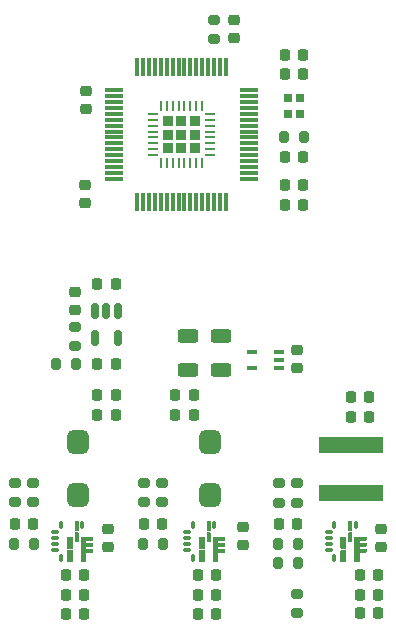
<source format=gbp>
%TF.GenerationSoftware,KiCad,Pcbnew,(6.0.6)*%
%TF.CreationDate,2022-07-08T14:59:32+02:00*%
%TF.ProjectId,XCOMMS_Interface,58434f4d-4d53-45f4-996e-746572666163,rev?*%
%TF.SameCoordinates,Original*%
%TF.FileFunction,Paste,Bot*%
%TF.FilePolarity,Positive*%
%FSLAX46Y46*%
G04 Gerber Fmt 4.6, Leading zero omitted, Abs format (unit mm)*
G04 Created by KiCad (PCBNEW (6.0.6)) date 2022-07-08 14:59:32*
%MOMM*%
%LPD*%
G01*
G04 APERTURE LIST*
G04 Aperture macros list*
%AMRoundRect*
0 Rectangle with rounded corners*
0 $1 Rounding radius*
0 $2 $3 $4 $5 $6 $7 $8 $9 X,Y pos of 4 corners*
0 Add a 4 corners polygon primitive as box body*
4,1,4,$2,$3,$4,$5,$6,$7,$8,$9,$2,$3,0*
0 Add four circle primitives for the rounded corners*
1,1,$1+$1,$2,$3*
1,1,$1+$1,$4,$5*
1,1,$1+$1,$6,$7*
1,1,$1+$1,$8,$9*
0 Add four rect primitives between the rounded corners*
20,1,$1+$1,$2,$3,$4,$5,0*
20,1,$1+$1,$4,$5,$6,$7,0*
20,1,$1+$1,$6,$7,$8,$9,0*
20,1,$1+$1,$8,$9,$2,$3,0*%
G04 Aperture macros list end*
%ADD10C,0.010000*%
%ADD11RoundRect,0.150000X-0.150000X0.512500X-0.150000X-0.512500X0.150000X-0.512500X0.150000X0.512500X0*%
%ADD12RoundRect,0.225000X0.225000X0.250000X-0.225000X0.250000X-0.225000X-0.250000X0.225000X-0.250000X0*%
%ADD13RoundRect,0.200000X0.200000X0.275000X-0.200000X0.275000X-0.200000X-0.275000X0.200000X-0.275000X0*%
%ADD14RoundRect,0.225000X-0.225000X-0.250000X0.225000X-0.250000X0.225000X0.250000X-0.225000X0.250000X0*%
%ADD15RoundRect,0.200000X-0.275000X0.200000X-0.275000X-0.200000X0.275000X-0.200000X0.275000X0.200000X0*%
%ADD16RoundRect,0.225000X-0.250000X0.225000X-0.250000X-0.225000X0.250000X-0.225000X0.250000X0.225000X0*%
%ADD17RoundRect,0.225000X0.250000X-0.225000X0.250000X0.225000X-0.250000X0.225000X-0.250000X-0.225000X0*%
%ADD18RoundRect,0.250000X0.625000X-0.312500X0.625000X0.312500X-0.625000X0.312500X-0.625000X-0.312500X0*%
%ADD19RoundRect,0.450000X0.450000X-0.550000X0.450000X0.550000X-0.450000X0.550000X-0.450000X-0.550000X0*%
%ADD20R,0.850900X0.304800*%
%ADD21RoundRect,0.200000X0.275000X-0.200000X0.275000X0.200000X-0.275000X0.200000X-0.275000X-0.200000X0*%
%ADD22RoundRect,0.015000X-0.285000X-0.110000X0.285000X-0.110000X0.285000X0.110000X-0.285000X0.110000X0*%
%ADD23RoundRect,0.015000X-0.110000X0.285000X-0.110000X-0.285000X0.110000X-0.285000X0.110000X0.285000X0*%
%ADD24RoundRect,0.200000X-0.200000X-0.275000X0.200000X-0.275000X0.200000X0.275000X-0.200000X0.275000X0*%
%ADD25RoundRect,0.075000X0.700000X0.075000X-0.700000X0.075000X-0.700000X-0.075000X0.700000X-0.075000X0*%
%ADD26RoundRect,0.075000X0.075000X0.700000X-0.075000X0.700000X-0.075000X-0.700000X0.075000X-0.700000X0*%
%ADD27RoundRect,0.062500X0.062500X0.375000X-0.062500X0.375000X-0.062500X-0.375000X0.062500X-0.375000X0*%
%ADD28RoundRect,0.062500X0.375000X0.062500X-0.375000X0.062500X-0.375000X-0.062500X0.375000X-0.062500X0*%
%ADD29RoundRect,0.232500X0.232500X0.232500X-0.232500X0.232500X-0.232500X-0.232500X0.232500X-0.232500X0*%
%ADD30R,5.500000X1.430000*%
%ADD31R,0.700000X0.800000*%
G04 APERTURE END LIST*
%TO.C,U3*%
G36*
X137601401Y-121197835D02*
G01*
X137603401Y-121197835D01*
X137606401Y-121198835D01*
X137608401Y-121198835D01*
X137611401Y-121199835D01*
X137613401Y-121200835D01*
X137616401Y-121201835D01*
X137618401Y-121203835D01*
X137620401Y-121204835D01*
X137622401Y-121206835D01*
X137624401Y-121207835D01*
X137632401Y-121215835D01*
X137633401Y-121217835D01*
X137635401Y-121219835D01*
X137636401Y-121221835D01*
X137638401Y-121223835D01*
X137639401Y-121226835D01*
X137640401Y-121228835D01*
X137641401Y-121231835D01*
X137641401Y-121233835D01*
X137642401Y-121236835D01*
X137642401Y-121238835D01*
X137643401Y-121241835D01*
X137643401Y-122101835D01*
X137642401Y-122104835D01*
X137642401Y-122106835D01*
X137641401Y-122109835D01*
X137641401Y-122111835D01*
X137640401Y-122114835D01*
X137639401Y-122116835D01*
X137638401Y-122119835D01*
X137636401Y-122121835D01*
X137635401Y-122123835D01*
X137633401Y-122125835D01*
X137632401Y-122127835D01*
X137624401Y-122135835D01*
X137622401Y-122136835D01*
X137620401Y-122138835D01*
X137618401Y-122139835D01*
X137616401Y-122141835D01*
X137613401Y-122142835D01*
X137611401Y-122143835D01*
X137608401Y-122144835D01*
X137606401Y-122144835D01*
X137603401Y-122145835D01*
X137601401Y-122145835D01*
X137598401Y-122146835D01*
X137288401Y-122146835D01*
X137285401Y-122145835D01*
X137283401Y-122145835D01*
X137280401Y-122144835D01*
X137278401Y-122144835D01*
X137275401Y-122143835D01*
X137273401Y-122142835D01*
X137270401Y-122141835D01*
X137268401Y-122139835D01*
X137266401Y-122138835D01*
X137264401Y-122136835D01*
X137262401Y-122135835D01*
X137254401Y-122127835D01*
X137253401Y-122125835D01*
X137251401Y-122123835D01*
X137250401Y-122121835D01*
X137248401Y-122119835D01*
X137247401Y-122116835D01*
X137246401Y-122114835D01*
X137245401Y-122111835D01*
X137245401Y-122109835D01*
X137244401Y-122106835D01*
X137244401Y-122104835D01*
X137243401Y-122101835D01*
X137243401Y-121241835D01*
X137244401Y-121238835D01*
X137244401Y-121236835D01*
X137245401Y-121233835D01*
X137245401Y-121231835D01*
X137246401Y-121228835D01*
X137247401Y-121226835D01*
X137248401Y-121223835D01*
X137250401Y-121221835D01*
X137251401Y-121219835D01*
X137253401Y-121217835D01*
X137254401Y-121215835D01*
X137262401Y-121207835D01*
X137264401Y-121206835D01*
X137266401Y-121204835D01*
X137268401Y-121203835D01*
X137270401Y-121201835D01*
X137273401Y-121200835D01*
X137275401Y-121199835D01*
X137278401Y-121198835D01*
X137280401Y-121198835D01*
X137283401Y-121197835D01*
X137285401Y-121197835D01*
X137288401Y-121196835D01*
X137598401Y-121196835D01*
X137601401Y-121197835D01*
G37*
D10*
X137601401Y-121197835D02*
X137603401Y-121197835D01*
X137606401Y-121198835D01*
X137608401Y-121198835D01*
X137611401Y-121199835D01*
X137613401Y-121200835D01*
X137616401Y-121201835D01*
X137618401Y-121203835D01*
X137620401Y-121204835D01*
X137622401Y-121206835D01*
X137624401Y-121207835D01*
X137632401Y-121215835D01*
X137633401Y-121217835D01*
X137635401Y-121219835D01*
X137636401Y-121221835D01*
X137638401Y-121223835D01*
X137639401Y-121226835D01*
X137640401Y-121228835D01*
X137641401Y-121231835D01*
X137641401Y-121233835D01*
X137642401Y-121236835D01*
X137642401Y-121238835D01*
X137643401Y-121241835D01*
X137643401Y-122101835D01*
X137642401Y-122104835D01*
X137642401Y-122106835D01*
X137641401Y-122109835D01*
X137641401Y-122111835D01*
X137640401Y-122114835D01*
X137639401Y-122116835D01*
X137638401Y-122119835D01*
X137636401Y-122121835D01*
X137635401Y-122123835D01*
X137633401Y-122125835D01*
X137632401Y-122127835D01*
X137624401Y-122135835D01*
X137622401Y-122136835D01*
X137620401Y-122138835D01*
X137618401Y-122139835D01*
X137616401Y-122141835D01*
X137613401Y-122142835D01*
X137611401Y-122143835D01*
X137608401Y-122144835D01*
X137606401Y-122144835D01*
X137603401Y-122145835D01*
X137601401Y-122145835D01*
X137598401Y-122146835D01*
X137288401Y-122146835D01*
X137285401Y-122145835D01*
X137283401Y-122145835D01*
X137280401Y-122144835D01*
X137278401Y-122144835D01*
X137275401Y-122143835D01*
X137273401Y-122142835D01*
X137270401Y-122141835D01*
X137268401Y-122139835D01*
X137266401Y-122138835D01*
X137264401Y-122136835D01*
X137262401Y-122135835D01*
X137254401Y-122127835D01*
X137253401Y-122125835D01*
X137251401Y-122123835D01*
X137250401Y-122121835D01*
X137248401Y-122119835D01*
X137247401Y-122116835D01*
X137246401Y-122114835D01*
X137245401Y-122111835D01*
X137245401Y-122109835D01*
X137244401Y-122106835D01*
X137244401Y-122104835D01*
X137243401Y-122101835D01*
X137243401Y-121241835D01*
X137244401Y-121238835D01*
X137244401Y-121236835D01*
X137245401Y-121233835D01*
X137245401Y-121231835D01*
X137246401Y-121228835D01*
X137247401Y-121226835D01*
X137248401Y-121223835D01*
X137250401Y-121221835D01*
X137251401Y-121219835D01*
X137253401Y-121217835D01*
X137254401Y-121215835D01*
X137262401Y-121207835D01*
X137264401Y-121206835D01*
X137266401Y-121204835D01*
X137268401Y-121203835D01*
X137270401Y-121201835D01*
X137273401Y-121200835D01*
X137275401Y-121199835D01*
X137278401Y-121198835D01*
X137280401Y-121198835D01*
X137283401Y-121197835D01*
X137285401Y-121197835D01*
X137288401Y-121196835D01*
X137598401Y-121196835D01*
X137601401Y-121197835D01*
G36*
X138112401Y-119697835D02*
G01*
X138115401Y-119697835D01*
X138121401Y-119700835D01*
X138124401Y-119701835D01*
X138130401Y-119704835D01*
X138131401Y-119706835D01*
X138133401Y-119707835D01*
X138137401Y-119711835D01*
X138138401Y-119713835D01*
X138140401Y-119714835D01*
X138143401Y-119720835D01*
X138144401Y-119723835D01*
X138147401Y-119729835D01*
X138147401Y-119732835D01*
X138148401Y-119734835D01*
X138148401Y-120408835D01*
X138147401Y-120410835D01*
X138147401Y-120413835D01*
X138144401Y-120419835D01*
X138143401Y-120422835D01*
X138140401Y-120428835D01*
X138138401Y-120429835D01*
X138137401Y-120431835D01*
X138133401Y-120435835D01*
X138131401Y-120436835D01*
X138130401Y-120438835D01*
X138124401Y-120441835D01*
X138121401Y-120442835D01*
X138115401Y-120445835D01*
X138112401Y-120445835D01*
X138110401Y-120446835D01*
X137943401Y-120446835D01*
X137940401Y-120445835D01*
X137938401Y-120445835D01*
X137935401Y-120444835D01*
X137933401Y-120444835D01*
X137930401Y-120443835D01*
X137928401Y-120442835D01*
X137925401Y-120441835D01*
X137923401Y-120439835D01*
X137921401Y-120438835D01*
X137919401Y-120436835D01*
X137917401Y-120435835D01*
X137909401Y-120427835D01*
X137908401Y-120425835D01*
X137906401Y-120423835D01*
X137905401Y-120421835D01*
X137903401Y-120419835D01*
X137902401Y-120416835D01*
X137901401Y-120414835D01*
X137900401Y-120411835D01*
X137900401Y-120409835D01*
X137899401Y-120406835D01*
X137899401Y-120404835D01*
X137898401Y-120401835D01*
X137898401Y-119741835D01*
X137899401Y-119738835D01*
X137899401Y-119736835D01*
X137900401Y-119733835D01*
X137900401Y-119731835D01*
X137901401Y-119728835D01*
X137902401Y-119726835D01*
X137903401Y-119723835D01*
X137905401Y-119721835D01*
X137906401Y-119719835D01*
X137908401Y-119717835D01*
X137909401Y-119715835D01*
X137917401Y-119707835D01*
X137919401Y-119706835D01*
X137921401Y-119704835D01*
X137923401Y-119703835D01*
X137925401Y-119701835D01*
X137928401Y-119700835D01*
X137930401Y-119699835D01*
X137933401Y-119698835D01*
X137935401Y-119698835D01*
X137938401Y-119697835D01*
X137940401Y-119697835D01*
X137943401Y-119696835D01*
X138110401Y-119696835D01*
X138112401Y-119697835D01*
G37*
X138112401Y-119697835D02*
X138115401Y-119697835D01*
X138121401Y-119700835D01*
X138124401Y-119701835D01*
X138130401Y-119704835D01*
X138131401Y-119706835D01*
X138133401Y-119707835D01*
X138137401Y-119711835D01*
X138138401Y-119713835D01*
X138140401Y-119714835D01*
X138143401Y-119720835D01*
X138144401Y-119723835D01*
X138147401Y-119729835D01*
X138147401Y-119732835D01*
X138148401Y-119734835D01*
X138148401Y-120408835D01*
X138147401Y-120410835D01*
X138147401Y-120413835D01*
X138144401Y-120419835D01*
X138143401Y-120422835D01*
X138140401Y-120428835D01*
X138138401Y-120429835D01*
X138137401Y-120431835D01*
X138133401Y-120435835D01*
X138131401Y-120436835D01*
X138130401Y-120438835D01*
X138124401Y-120441835D01*
X138121401Y-120442835D01*
X138115401Y-120445835D01*
X138112401Y-120445835D01*
X138110401Y-120446835D01*
X137943401Y-120446835D01*
X137940401Y-120445835D01*
X137938401Y-120445835D01*
X137935401Y-120444835D01*
X137933401Y-120444835D01*
X137930401Y-120443835D01*
X137928401Y-120442835D01*
X137925401Y-120441835D01*
X137923401Y-120439835D01*
X137921401Y-120438835D01*
X137919401Y-120436835D01*
X137917401Y-120435835D01*
X137909401Y-120427835D01*
X137908401Y-120425835D01*
X137906401Y-120423835D01*
X137905401Y-120421835D01*
X137903401Y-120419835D01*
X137902401Y-120416835D01*
X137901401Y-120414835D01*
X137900401Y-120411835D01*
X137900401Y-120409835D01*
X137899401Y-120406835D01*
X137899401Y-120404835D01*
X137898401Y-120401835D01*
X137898401Y-119741835D01*
X137899401Y-119738835D01*
X137899401Y-119736835D01*
X137900401Y-119733835D01*
X137900401Y-119731835D01*
X137901401Y-119728835D01*
X137902401Y-119726835D01*
X137903401Y-119723835D01*
X137905401Y-119721835D01*
X137906401Y-119719835D01*
X137908401Y-119717835D01*
X137909401Y-119715835D01*
X137917401Y-119707835D01*
X137919401Y-119706835D01*
X137921401Y-119704835D01*
X137923401Y-119703835D01*
X137925401Y-119701835D01*
X137928401Y-119700835D01*
X137930401Y-119699835D01*
X137933401Y-119698835D01*
X137935401Y-119698835D01*
X137938401Y-119697835D01*
X137940401Y-119697835D01*
X137943401Y-119696835D01*
X138110401Y-119696835D01*
X138112401Y-119697835D01*
G36*
X138112401Y-118747835D02*
G01*
X138115401Y-118747835D01*
X138121401Y-118750835D01*
X138124401Y-118751835D01*
X138130401Y-118754835D01*
X138131401Y-118756835D01*
X138133401Y-118757835D01*
X138137401Y-118761835D01*
X138138401Y-118763835D01*
X138140401Y-118764835D01*
X138143401Y-118770835D01*
X138144401Y-118773835D01*
X138147401Y-118779835D01*
X138147401Y-118782835D01*
X138148401Y-118784835D01*
X138148401Y-119458835D01*
X138147401Y-119460835D01*
X138147401Y-119463835D01*
X138144401Y-119469835D01*
X138143401Y-119472835D01*
X138140401Y-119478835D01*
X138138401Y-119479835D01*
X138137401Y-119481835D01*
X138133401Y-119485835D01*
X138131401Y-119486835D01*
X138130401Y-119488835D01*
X138124401Y-119491835D01*
X138121401Y-119492835D01*
X138115401Y-119495835D01*
X138112401Y-119495835D01*
X138110401Y-119496835D01*
X137943401Y-119496835D01*
X137940401Y-119495835D01*
X137938401Y-119495835D01*
X137935401Y-119494835D01*
X137933401Y-119494835D01*
X137930401Y-119493835D01*
X137928401Y-119492835D01*
X137925401Y-119491835D01*
X137923401Y-119489835D01*
X137921401Y-119488835D01*
X137919401Y-119486835D01*
X137917401Y-119485835D01*
X137909401Y-119477835D01*
X137908401Y-119475835D01*
X137906401Y-119473835D01*
X137905401Y-119471835D01*
X137903401Y-119469835D01*
X137902401Y-119466835D01*
X137901401Y-119464835D01*
X137900401Y-119461835D01*
X137900401Y-119459835D01*
X137899401Y-119456835D01*
X137899401Y-119454835D01*
X137898401Y-119451835D01*
X137898401Y-118791835D01*
X137899401Y-118788835D01*
X137899401Y-118786835D01*
X137900401Y-118783835D01*
X137900401Y-118781835D01*
X137901401Y-118778835D01*
X137902401Y-118776835D01*
X137903401Y-118773835D01*
X137905401Y-118771835D01*
X137906401Y-118769835D01*
X137908401Y-118767835D01*
X137909401Y-118765835D01*
X137917401Y-118757835D01*
X137919401Y-118756835D01*
X137921401Y-118754835D01*
X137923401Y-118753835D01*
X137925401Y-118751835D01*
X137928401Y-118750835D01*
X137930401Y-118749835D01*
X137933401Y-118748835D01*
X137935401Y-118748835D01*
X137938401Y-118747835D01*
X137940401Y-118747835D01*
X137943401Y-118746835D01*
X138110401Y-118746835D01*
X138112401Y-118747835D01*
G37*
X138112401Y-118747835D02*
X138115401Y-118747835D01*
X138121401Y-118750835D01*
X138124401Y-118751835D01*
X138130401Y-118754835D01*
X138131401Y-118756835D01*
X138133401Y-118757835D01*
X138137401Y-118761835D01*
X138138401Y-118763835D01*
X138140401Y-118764835D01*
X138143401Y-118770835D01*
X138144401Y-118773835D01*
X138147401Y-118779835D01*
X138147401Y-118782835D01*
X138148401Y-118784835D01*
X138148401Y-119458835D01*
X138147401Y-119460835D01*
X138147401Y-119463835D01*
X138144401Y-119469835D01*
X138143401Y-119472835D01*
X138140401Y-119478835D01*
X138138401Y-119479835D01*
X138137401Y-119481835D01*
X138133401Y-119485835D01*
X138131401Y-119486835D01*
X138130401Y-119488835D01*
X138124401Y-119491835D01*
X138121401Y-119492835D01*
X138115401Y-119495835D01*
X138112401Y-119495835D01*
X138110401Y-119496835D01*
X137943401Y-119496835D01*
X137940401Y-119495835D01*
X137938401Y-119495835D01*
X137935401Y-119494835D01*
X137933401Y-119494835D01*
X137930401Y-119493835D01*
X137928401Y-119492835D01*
X137925401Y-119491835D01*
X137923401Y-119489835D01*
X137921401Y-119488835D01*
X137919401Y-119486835D01*
X137917401Y-119485835D01*
X137909401Y-119477835D01*
X137908401Y-119475835D01*
X137906401Y-119473835D01*
X137905401Y-119471835D01*
X137903401Y-119469835D01*
X137902401Y-119466835D01*
X137901401Y-119464835D01*
X137900401Y-119461835D01*
X137900401Y-119459835D01*
X137899401Y-119456835D01*
X137899401Y-119454835D01*
X137898401Y-119451835D01*
X137898401Y-118791835D01*
X137899401Y-118788835D01*
X137899401Y-118786835D01*
X137900401Y-118783835D01*
X137900401Y-118781835D01*
X137901401Y-118778835D01*
X137902401Y-118776835D01*
X137903401Y-118773835D01*
X137905401Y-118771835D01*
X137906401Y-118769835D01*
X137908401Y-118767835D01*
X137909401Y-118765835D01*
X137917401Y-118757835D01*
X137919401Y-118756835D01*
X137921401Y-118754835D01*
X137923401Y-118753835D01*
X137925401Y-118751835D01*
X137928401Y-118750835D01*
X137930401Y-118749835D01*
X137933401Y-118748835D01*
X137935401Y-118748835D01*
X137938401Y-118747835D01*
X137940401Y-118747835D01*
X137943401Y-118746835D01*
X138110401Y-118746835D01*
X138112401Y-118747835D01*
G36*
X138803401Y-120071835D02*
G01*
X139313401Y-120071835D01*
X139328401Y-120076835D01*
X139331401Y-120078835D01*
X139334401Y-120079835D01*
X139340401Y-120083835D01*
X139347401Y-120090835D01*
X139349401Y-120093835D01*
X139351401Y-120095835D01*
X139357401Y-120104835D01*
X139358401Y-120107835D01*
X139360401Y-120110835D01*
X139363401Y-120119835D01*
X139363401Y-120122835D01*
X139364401Y-120126835D01*
X139364401Y-120142835D01*
X139363401Y-120146835D01*
X139363401Y-120246835D01*
X139364401Y-120250835D01*
X139364401Y-120266835D01*
X139363401Y-120270835D01*
X139363401Y-120273835D01*
X139360401Y-120282835D01*
X139358401Y-120285835D01*
X139357401Y-120288835D01*
X139351401Y-120297835D01*
X139349401Y-120299835D01*
X139347401Y-120302835D01*
X139340401Y-120309835D01*
X139334401Y-120313835D01*
X139331401Y-120314835D01*
X139328401Y-120316835D01*
X139313401Y-120321835D01*
X138803401Y-120321835D01*
X138803401Y-120571835D01*
X139318401Y-120571835D01*
X139321401Y-120572835D01*
X139323401Y-120572835D01*
X139326401Y-120573835D01*
X139328401Y-120573835D01*
X139331401Y-120574835D01*
X139333401Y-120575835D01*
X139336401Y-120576835D01*
X139338401Y-120578835D01*
X139340401Y-120579835D01*
X139342401Y-120581835D01*
X139344401Y-120582835D01*
X139352401Y-120590835D01*
X139353401Y-120592835D01*
X139355401Y-120594835D01*
X139356401Y-120596835D01*
X139358401Y-120598835D01*
X139359401Y-120601835D01*
X139360401Y-120603835D01*
X139361401Y-120606835D01*
X139361401Y-120608835D01*
X139362401Y-120611835D01*
X139362401Y-120613835D01*
X139363401Y-120616835D01*
X139363401Y-120776835D01*
X139362401Y-120779835D01*
X139362401Y-120781835D01*
X139361401Y-120784835D01*
X139361401Y-120786835D01*
X139360401Y-120789835D01*
X139359401Y-120791835D01*
X139358401Y-120794835D01*
X139356401Y-120796835D01*
X139355401Y-120798835D01*
X139353401Y-120800835D01*
X139352401Y-120802835D01*
X139344401Y-120810835D01*
X139342401Y-120811835D01*
X139340401Y-120813835D01*
X139338401Y-120814835D01*
X139336401Y-120816835D01*
X139333401Y-120817835D01*
X139331401Y-120818835D01*
X139328401Y-120819835D01*
X139326401Y-120819835D01*
X139323401Y-120820835D01*
X139321401Y-120820835D01*
X139318401Y-120821835D01*
X138803401Y-120821835D01*
X138803401Y-121071835D01*
X139318401Y-121071835D01*
X139321401Y-121072835D01*
X139323401Y-121072835D01*
X139326401Y-121073835D01*
X139328401Y-121073835D01*
X139331401Y-121074835D01*
X139333401Y-121075835D01*
X139336401Y-121076835D01*
X139338401Y-121078835D01*
X139340401Y-121079835D01*
X139342401Y-121081835D01*
X139344401Y-121082835D01*
X139352401Y-121090835D01*
X139353401Y-121092835D01*
X139355401Y-121094835D01*
X139356401Y-121096835D01*
X139358401Y-121098835D01*
X139359401Y-121101835D01*
X139360401Y-121103835D01*
X139361401Y-121106835D01*
X139361401Y-121108835D01*
X139362401Y-121111835D01*
X139362401Y-121113835D01*
X139363401Y-121116835D01*
X139363401Y-121276835D01*
X139362401Y-121279835D01*
X139362401Y-121281835D01*
X139361401Y-121284835D01*
X139361401Y-121286835D01*
X139360401Y-121289835D01*
X139359401Y-121291835D01*
X139358401Y-121294835D01*
X139356401Y-121296835D01*
X139355401Y-121298835D01*
X139353401Y-121300835D01*
X139352401Y-121302835D01*
X139344401Y-121310835D01*
X139342401Y-121311835D01*
X139340401Y-121313835D01*
X139338401Y-121314835D01*
X139336401Y-121316835D01*
X139333401Y-121317835D01*
X139331401Y-121318835D01*
X139328401Y-121319835D01*
X139326401Y-121319835D01*
X139323401Y-121320835D01*
X139321401Y-121320835D01*
X139318401Y-121321835D01*
X138803401Y-121321835D01*
X138803401Y-122101835D01*
X138802401Y-122104835D01*
X138802401Y-122106835D01*
X138801401Y-122109835D01*
X138801401Y-122111835D01*
X138800401Y-122114835D01*
X138799401Y-122116835D01*
X138798401Y-122119835D01*
X138796401Y-122121835D01*
X138795401Y-122123835D01*
X138793401Y-122125835D01*
X138792401Y-122127835D01*
X138784401Y-122135835D01*
X138782401Y-122136835D01*
X138780401Y-122138835D01*
X138778401Y-122139835D01*
X138776401Y-122141835D01*
X138773401Y-122142835D01*
X138771401Y-122143835D01*
X138768401Y-122144835D01*
X138766401Y-122144835D01*
X138763401Y-122145835D01*
X138761401Y-122145835D01*
X138758401Y-122146835D01*
X138448401Y-122146835D01*
X138445401Y-122145835D01*
X138443401Y-122145835D01*
X138440401Y-122144835D01*
X138438401Y-122144835D01*
X138435401Y-122143835D01*
X138433401Y-122142835D01*
X138430401Y-122141835D01*
X138428401Y-122139835D01*
X138426401Y-122138835D01*
X138424401Y-122136835D01*
X138422401Y-122135835D01*
X138414401Y-122127835D01*
X138413401Y-122125835D01*
X138411401Y-122123835D01*
X138410401Y-122121835D01*
X138408401Y-122119835D01*
X138407401Y-122116835D01*
X138406401Y-122114835D01*
X138405401Y-122111835D01*
X138405401Y-122109835D01*
X138404401Y-122106835D01*
X138404401Y-122104835D01*
X138403401Y-122101835D01*
X138403401Y-120091835D01*
X138404401Y-120088835D01*
X138404401Y-120086835D01*
X138405401Y-120083835D01*
X138405401Y-120081835D01*
X138406401Y-120078835D01*
X138407401Y-120076835D01*
X138408401Y-120073835D01*
X138410401Y-120071835D01*
X138411401Y-120069835D01*
X138413401Y-120067835D01*
X138414401Y-120065835D01*
X138422401Y-120057835D01*
X138424401Y-120056835D01*
X138426401Y-120054835D01*
X138428401Y-120053835D01*
X138430401Y-120051835D01*
X138433401Y-120050835D01*
X138435401Y-120049835D01*
X138438401Y-120048835D01*
X138440401Y-120048835D01*
X138443401Y-120047835D01*
X138445401Y-120047835D01*
X138448401Y-120046835D01*
X138803401Y-120046835D01*
X138803401Y-120071835D01*
G37*
X138803401Y-120071835D02*
X139313401Y-120071835D01*
X139328401Y-120076835D01*
X139331401Y-120078835D01*
X139334401Y-120079835D01*
X139340401Y-120083835D01*
X139347401Y-120090835D01*
X139349401Y-120093835D01*
X139351401Y-120095835D01*
X139357401Y-120104835D01*
X139358401Y-120107835D01*
X139360401Y-120110835D01*
X139363401Y-120119835D01*
X139363401Y-120122835D01*
X139364401Y-120126835D01*
X139364401Y-120142835D01*
X139363401Y-120146835D01*
X139363401Y-120246835D01*
X139364401Y-120250835D01*
X139364401Y-120266835D01*
X139363401Y-120270835D01*
X139363401Y-120273835D01*
X139360401Y-120282835D01*
X139358401Y-120285835D01*
X139357401Y-120288835D01*
X139351401Y-120297835D01*
X139349401Y-120299835D01*
X139347401Y-120302835D01*
X139340401Y-120309835D01*
X139334401Y-120313835D01*
X139331401Y-120314835D01*
X139328401Y-120316835D01*
X139313401Y-120321835D01*
X138803401Y-120321835D01*
X138803401Y-120571835D01*
X139318401Y-120571835D01*
X139321401Y-120572835D01*
X139323401Y-120572835D01*
X139326401Y-120573835D01*
X139328401Y-120573835D01*
X139331401Y-120574835D01*
X139333401Y-120575835D01*
X139336401Y-120576835D01*
X139338401Y-120578835D01*
X139340401Y-120579835D01*
X139342401Y-120581835D01*
X139344401Y-120582835D01*
X139352401Y-120590835D01*
X139353401Y-120592835D01*
X139355401Y-120594835D01*
X139356401Y-120596835D01*
X139358401Y-120598835D01*
X139359401Y-120601835D01*
X139360401Y-120603835D01*
X139361401Y-120606835D01*
X139361401Y-120608835D01*
X139362401Y-120611835D01*
X139362401Y-120613835D01*
X139363401Y-120616835D01*
X139363401Y-120776835D01*
X139362401Y-120779835D01*
X139362401Y-120781835D01*
X139361401Y-120784835D01*
X139361401Y-120786835D01*
X139360401Y-120789835D01*
X139359401Y-120791835D01*
X139358401Y-120794835D01*
X139356401Y-120796835D01*
X139355401Y-120798835D01*
X139353401Y-120800835D01*
X139352401Y-120802835D01*
X139344401Y-120810835D01*
X139342401Y-120811835D01*
X139340401Y-120813835D01*
X139338401Y-120814835D01*
X139336401Y-120816835D01*
X139333401Y-120817835D01*
X139331401Y-120818835D01*
X139328401Y-120819835D01*
X139326401Y-120819835D01*
X139323401Y-120820835D01*
X139321401Y-120820835D01*
X139318401Y-120821835D01*
X138803401Y-120821835D01*
X138803401Y-121071835D01*
X139318401Y-121071835D01*
X139321401Y-121072835D01*
X139323401Y-121072835D01*
X139326401Y-121073835D01*
X139328401Y-121073835D01*
X139331401Y-121074835D01*
X139333401Y-121075835D01*
X139336401Y-121076835D01*
X139338401Y-121078835D01*
X139340401Y-121079835D01*
X139342401Y-121081835D01*
X139344401Y-121082835D01*
X139352401Y-121090835D01*
X139353401Y-121092835D01*
X139355401Y-121094835D01*
X139356401Y-121096835D01*
X139358401Y-121098835D01*
X139359401Y-121101835D01*
X139360401Y-121103835D01*
X139361401Y-121106835D01*
X139361401Y-121108835D01*
X139362401Y-121111835D01*
X139362401Y-121113835D01*
X139363401Y-121116835D01*
X139363401Y-121276835D01*
X139362401Y-121279835D01*
X139362401Y-121281835D01*
X139361401Y-121284835D01*
X139361401Y-121286835D01*
X139360401Y-121289835D01*
X139359401Y-121291835D01*
X139358401Y-121294835D01*
X139356401Y-121296835D01*
X139355401Y-121298835D01*
X139353401Y-121300835D01*
X139352401Y-121302835D01*
X139344401Y-121310835D01*
X139342401Y-121311835D01*
X139340401Y-121313835D01*
X139338401Y-121314835D01*
X139336401Y-121316835D01*
X139333401Y-121317835D01*
X139331401Y-121318835D01*
X139328401Y-121319835D01*
X139326401Y-121319835D01*
X139323401Y-121320835D01*
X139321401Y-121320835D01*
X139318401Y-121321835D01*
X138803401Y-121321835D01*
X138803401Y-122101835D01*
X138802401Y-122104835D01*
X138802401Y-122106835D01*
X138801401Y-122109835D01*
X138801401Y-122111835D01*
X138800401Y-122114835D01*
X138799401Y-122116835D01*
X138798401Y-122119835D01*
X138796401Y-122121835D01*
X138795401Y-122123835D01*
X138793401Y-122125835D01*
X138792401Y-122127835D01*
X138784401Y-122135835D01*
X138782401Y-122136835D01*
X138780401Y-122138835D01*
X138778401Y-122139835D01*
X138776401Y-122141835D01*
X138773401Y-122142835D01*
X138771401Y-122143835D01*
X138768401Y-122144835D01*
X138766401Y-122144835D01*
X138763401Y-122145835D01*
X138761401Y-122145835D01*
X138758401Y-122146835D01*
X138448401Y-122146835D01*
X138445401Y-122145835D01*
X138443401Y-122145835D01*
X138440401Y-122144835D01*
X138438401Y-122144835D01*
X138435401Y-122143835D01*
X138433401Y-122142835D01*
X138430401Y-122141835D01*
X138428401Y-122139835D01*
X138426401Y-122138835D01*
X138424401Y-122136835D01*
X138422401Y-122135835D01*
X138414401Y-122127835D01*
X138413401Y-122125835D01*
X138411401Y-122123835D01*
X138410401Y-122121835D01*
X138408401Y-122119835D01*
X138407401Y-122116835D01*
X138406401Y-122114835D01*
X138405401Y-122111835D01*
X138405401Y-122109835D01*
X138404401Y-122106835D01*
X138404401Y-122104835D01*
X138403401Y-122101835D01*
X138403401Y-120091835D01*
X138404401Y-120088835D01*
X138404401Y-120086835D01*
X138405401Y-120083835D01*
X138405401Y-120081835D01*
X138406401Y-120078835D01*
X138407401Y-120076835D01*
X138408401Y-120073835D01*
X138410401Y-120071835D01*
X138411401Y-120069835D01*
X138413401Y-120067835D01*
X138414401Y-120065835D01*
X138422401Y-120057835D01*
X138424401Y-120056835D01*
X138426401Y-120054835D01*
X138428401Y-120053835D01*
X138430401Y-120051835D01*
X138433401Y-120050835D01*
X138435401Y-120049835D01*
X138438401Y-120048835D01*
X138440401Y-120048835D01*
X138443401Y-120047835D01*
X138445401Y-120047835D01*
X138448401Y-120046835D01*
X138803401Y-120046835D01*
X138803401Y-120071835D01*
G36*
X137601401Y-120047835D02*
G01*
X137603401Y-120047835D01*
X137606401Y-120048835D01*
X137608401Y-120048835D01*
X137611401Y-120049835D01*
X137613401Y-120050835D01*
X137616401Y-120051835D01*
X137618401Y-120053835D01*
X137620401Y-120054835D01*
X137622401Y-120056835D01*
X137624401Y-120057835D01*
X137632401Y-120065835D01*
X137633401Y-120067835D01*
X137635401Y-120069835D01*
X137636401Y-120071835D01*
X137638401Y-120073835D01*
X137639401Y-120076835D01*
X137640401Y-120078835D01*
X137641401Y-120081835D01*
X137641401Y-120083835D01*
X137642401Y-120086835D01*
X137642401Y-120088835D01*
X137643401Y-120091835D01*
X137643401Y-120951835D01*
X137642401Y-120954835D01*
X137642401Y-120956835D01*
X137641401Y-120959835D01*
X137641401Y-120961835D01*
X137640401Y-120964835D01*
X137639401Y-120966835D01*
X137638401Y-120969835D01*
X137636401Y-120971835D01*
X137635401Y-120973835D01*
X137633401Y-120975835D01*
X137632401Y-120977835D01*
X137624401Y-120985835D01*
X137622401Y-120986835D01*
X137620401Y-120988835D01*
X137618401Y-120989835D01*
X137616401Y-120991835D01*
X137613401Y-120992835D01*
X137611401Y-120993835D01*
X137608401Y-120994835D01*
X137606401Y-120994835D01*
X137603401Y-120995835D01*
X137601401Y-120995835D01*
X137598401Y-120996835D01*
X137288401Y-120996835D01*
X137285401Y-120995835D01*
X137283401Y-120995835D01*
X137280401Y-120994835D01*
X137278401Y-120994835D01*
X137275401Y-120993835D01*
X137273401Y-120992835D01*
X137270401Y-120991835D01*
X137268401Y-120989835D01*
X137266401Y-120988835D01*
X137264401Y-120986835D01*
X137262401Y-120985835D01*
X137254401Y-120977835D01*
X137253401Y-120975835D01*
X137251401Y-120973835D01*
X137250401Y-120971835D01*
X137248401Y-120969835D01*
X137247401Y-120966835D01*
X137246401Y-120964835D01*
X137245401Y-120961835D01*
X137245401Y-120959835D01*
X137244401Y-120956835D01*
X137244401Y-120954835D01*
X137243401Y-120951835D01*
X137243401Y-120091835D01*
X137244401Y-120088835D01*
X137244401Y-120086835D01*
X137245401Y-120083835D01*
X137245401Y-120081835D01*
X137246401Y-120078835D01*
X137247401Y-120076835D01*
X137248401Y-120073835D01*
X137250401Y-120071835D01*
X137251401Y-120069835D01*
X137253401Y-120067835D01*
X137254401Y-120065835D01*
X137262401Y-120057835D01*
X137264401Y-120056835D01*
X137266401Y-120054835D01*
X137268401Y-120053835D01*
X137270401Y-120051835D01*
X137273401Y-120050835D01*
X137275401Y-120049835D01*
X137278401Y-120048835D01*
X137280401Y-120048835D01*
X137283401Y-120047835D01*
X137285401Y-120047835D01*
X137288401Y-120046835D01*
X137598401Y-120046835D01*
X137601401Y-120047835D01*
G37*
X137601401Y-120047835D02*
X137603401Y-120047835D01*
X137606401Y-120048835D01*
X137608401Y-120048835D01*
X137611401Y-120049835D01*
X137613401Y-120050835D01*
X137616401Y-120051835D01*
X137618401Y-120053835D01*
X137620401Y-120054835D01*
X137622401Y-120056835D01*
X137624401Y-120057835D01*
X137632401Y-120065835D01*
X137633401Y-120067835D01*
X137635401Y-120069835D01*
X137636401Y-120071835D01*
X137638401Y-120073835D01*
X137639401Y-120076835D01*
X137640401Y-120078835D01*
X137641401Y-120081835D01*
X137641401Y-120083835D01*
X137642401Y-120086835D01*
X137642401Y-120088835D01*
X137643401Y-120091835D01*
X137643401Y-120951835D01*
X137642401Y-120954835D01*
X137642401Y-120956835D01*
X137641401Y-120959835D01*
X137641401Y-120961835D01*
X137640401Y-120964835D01*
X137639401Y-120966835D01*
X137638401Y-120969835D01*
X137636401Y-120971835D01*
X137635401Y-120973835D01*
X137633401Y-120975835D01*
X137632401Y-120977835D01*
X137624401Y-120985835D01*
X137622401Y-120986835D01*
X137620401Y-120988835D01*
X137618401Y-120989835D01*
X137616401Y-120991835D01*
X137613401Y-120992835D01*
X137611401Y-120993835D01*
X137608401Y-120994835D01*
X137606401Y-120994835D01*
X137603401Y-120995835D01*
X137601401Y-120995835D01*
X137598401Y-120996835D01*
X137288401Y-120996835D01*
X137285401Y-120995835D01*
X137283401Y-120995835D01*
X137280401Y-120994835D01*
X137278401Y-120994835D01*
X137275401Y-120993835D01*
X137273401Y-120992835D01*
X137270401Y-120991835D01*
X137268401Y-120989835D01*
X137266401Y-120988835D01*
X137264401Y-120986835D01*
X137262401Y-120985835D01*
X137254401Y-120977835D01*
X137253401Y-120975835D01*
X137251401Y-120973835D01*
X137250401Y-120971835D01*
X137248401Y-120969835D01*
X137247401Y-120966835D01*
X137246401Y-120964835D01*
X137245401Y-120961835D01*
X137245401Y-120959835D01*
X137244401Y-120956835D01*
X137244401Y-120954835D01*
X137243401Y-120951835D01*
X137243401Y-120091835D01*
X137244401Y-120088835D01*
X137244401Y-120086835D01*
X137245401Y-120083835D01*
X137245401Y-120081835D01*
X137246401Y-120078835D01*
X137247401Y-120076835D01*
X137248401Y-120073835D01*
X137250401Y-120071835D01*
X137251401Y-120069835D01*
X137253401Y-120067835D01*
X137254401Y-120065835D01*
X137262401Y-120057835D01*
X137264401Y-120056835D01*
X137266401Y-120054835D01*
X137268401Y-120053835D01*
X137270401Y-120051835D01*
X137273401Y-120050835D01*
X137275401Y-120049835D01*
X137278401Y-120048835D01*
X137280401Y-120048835D01*
X137283401Y-120047835D01*
X137285401Y-120047835D01*
X137288401Y-120046835D01*
X137598401Y-120046835D01*
X137601401Y-120047835D01*
%TO.C,U2*%
G36*
X148777398Y-121197835D02*
G01*
X148779398Y-121197835D01*
X148782398Y-121198835D01*
X148784398Y-121198835D01*
X148787398Y-121199835D01*
X148789398Y-121200835D01*
X148792398Y-121201835D01*
X148794398Y-121203835D01*
X148796398Y-121204835D01*
X148798398Y-121206835D01*
X148800398Y-121207835D01*
X148808398Y-121215835D01*
X148809398Y-121217835D01*
X148811398Y-121219835D01*
X148812398Y-121221835D01*
X148814398Y-121223835D01*
X148815398Y-121226835D01*
X148816398Y-121228835D01*
X148817398Y-121231835D01*
X148817398Y-121233835D01*
X148818398Y-121236835D01*
X148818398Y-121238835D01*
X148819398Y-121241835D01*
X148819398Y-122101835D01*
X148818398Y-122104835D01*
X148818398Y-122106835D01*
X148817398Y-122109835D01*
X148817398Y-122111835D01*
X148816398Y-122114835D01*
X148815398Y-122116835D01*
X148814398Y-122119835D01*
X148812398Y-122121835D01*
X148811398Y-122123835D01*
X148809398Y-122125835D01*
X148808398Y-122127835D01*
X148800398Y-122135835D01*
X148798398Y-122136835D01*
X148796398Y-122138835D01*
X148794398Y-122139835D01*
X148792398Y-122141835D01*
X148789398Y-122142835D01*
X148787398Y-122143835D01*
X148784398Y-122144835D01*
X148782398Y-122144835D01*
X148779398Y-122145835D01*
X148777398Y-122145835D01*
X148774398Y-122146835D01*
X148464398Y-122146835D01*
X148461398Y-122145835D01*
X148459398Y-122145835D01*
X148456398Y-122144835D01*
X148454398Y-122144835D01*
X148451398Y-122143835D01*
X148449398Y-122142835D01*
X148446398Y-122141835D01*
X148444398Y-122139835D01*
X148442398Y-122138835D01*
X148440398Y-122136835D01*
X148438398Y-122135835D01*
X148430398Y-122127835D01*
X148429398Y-122125835D01*
X148427398Y-122123835D01*
X148426398Y-122121835D01*
X148424398Y-122119835D01*
X148423398Y-122116835D01*
X148422398Y-122114835D01*
X148421398Y-122111835D01*
X148421398Y-122109835D01*
X148420398Y-122106835D01*
X148420398Y-122104835D01*
X148419398Y-122101835D01*
X148419398Y-121241835D01*
X148420398Y-121238835D01*
X148420398Y-121236835D01*
X148421398Y-121233835D01*
X148421398Y-121231835D01*
X148422398Y-121228835D01*
X148423398Y-121226835D01*
X148424398Y-121223835D01*
X148426398Y-121221835D01*
X148427398Y-121219835D01*
X148429398Y-121217835D01*
X148430398Y-121215835D01*
X148438398Y-121207835D01*
X148440398Y-121206835D01*
X148442398Y-121204835D01*
X148444398Y-121203835D01*
X148446398Y-121201835D01*
X148449398Y-121200835D01*
X148451398Y-121199835D01*
X148454398Y-121198835D01*
X148456398Y-121198835D01*
X148459398Y-121197835D01*
X148461398Y-121197835D01*
X148464398Y-121196835D01*
X148774398Y-121196835D01*
X148777398Y-121197835D01*
G37*
X148777398Y-121197835D02*
X148779398Y-121197835D01*
X148782398Y-121198835D01*
X148784398Y-121198835D01*
X148787398Y-121199835D01*
X148789398Y-121200835D01*
X148792398Y-121201835D01*
X148794398Y-121203835D01*
X148796398Y-121204835D01*
X148798398Y-121206835D01*
X148800398Y-121207835D01*
X148808398Y-121215835D01*
X148809398Y-121217835D01*
X148811398Y-121219835D01*
X148812398Y-121221835D01*
X148814398Y-121223835D01*
X148815398Y-121226835D01*
X148816398Y-121228835D01*
X148817398Y-121231835D01*
X148817398Y-121233835D01*
X148818398Y-121236835D01*
X148818398Y-121238835D01*
X148819398Y-121241835D01*
X148819398Y-122101835D01*
X148818398Y-122104835D01*
X148818398Y-122106835D01*
X148817398Y-122109835D01*
X148817398Y-122111835D01*
X148816398Y-122114835D01*
X148815398Y-122116835D01*
X148814398Y-122119835D01*
X148812398Y-122121835D01*
X148811398Y-122123835D01*
X148809398Y-122125835D01*
X148808398Y-122127835D01*
X148800398Y-122135835D01*
X148798398Y-122136835D01*
X148796398Y-122138835D01*
X148794398Y-122139835D01*
X148792398Y-122141835D01*
X148789398Y-122142835D01*
X148787398Y-122143835D01*
X148784398Y-122144835D01*
X148782398Y-122144835D01*
X148779398Y-122145835D01*
X148777398Y-122145835D01*
X148774398Y-122146835D01*
X148464398Y-122146835D01*
X148461398Y-122145835D01*
X148459398Y-122145835D01*
X148456398Y-122144835D01*
X148454398Y-122144835D01*
X148451398Y-122143835D01*
X148449398Y-122142835D01*
X148446398Y-122141835D01*
X148444398Y-122139835D01*
X148442398Y-122138835D01*
X148440398Y-122136835D01*
X148438398Y-122135835D01*
X148430398Y-122127835D01*
X148429398Y-122125835D01*
X148427398Y-122123835D01*
X148426398Y-122121835D01*
X148424398Y-122119835D01*
X148423398Y-122116835D01*
X148422398Y-122114835D01*
X148421398Y-122111835D01*
X148421398Y-122109835D01*
X148420398Y-122106835D01*
X148420398Y-122104835D01*
X148419398Y-122101835D01*
X148419398Y-121241835D01*
X148420398Y-121238835D01*
X148420398Y-121236835D01*
X148421398Y-121233835D01*
X148421398Y-121231835D01*
X148422398Y-121228835D01*
X148423398Y-121226835D01*
X148424398Y-121223835D01*
X148426398Y-121221835D01*
X148427398Y-121219835D01*
X148429398Y-121217835D01*
X148430398Y-121215835D01*
X148438398Y-121207835D01*
X148440398Y-121206835D01*
X148442398Y-121204835D01*
X148444398Y-121203835D01*
X148446398Y-121201835D01*
X148449398Y-121200835D01*
X148451398Y-121199835D01*
X148454398Y-121198835D01*
X148456398Y-121198835D01*
X148459398Y-121197835D01*
X148461398Y-121197835D01*
X148464398Y-121196835D01*
X148774398Y-121196835D01*
X148777398Y-121197835D01*
G36*
X148777398Y-120047835D02*
G01*
X148779398Y-120047835D01*
X148782398Y-120048835D01*
X148784398Y-120048835D01*
X148787398Y-120049835D01*
X148789398Y-120050835D01*
X148792398Y-120051835D01*
X148794398Y-120053835D01*
X148796398Y-120054835D01*
X148798398Y-120056835D01*
X148800398Y-120057835D01*
X148808398Y-120065835D01*
X148809398Y-120067835D01*
X148811398Y-120069835D01*
X148812398Y-120071835D01*
X148814398Y-120073835D01*
X148815398Y-120076835D01*
X148816398Y-120078835D01*
X148817398Y-120081835D01*
X148817398Y-120083835D01*
X148818398Y-120086835D01*
X148818398Y-120088835D01*
X148819398Y-120091835D01*
X148819398Y-120951835D01*
X148818398Y-120954835D01*
X148818398Y-120956835D01*
X148817398Y-120959835D01*
X148817398Y-120961835D01*
X148816398Y-120964835D01*
X148815398Y-120966835D01*
X148814398Y-120969835D01*
X148812398Y-120971835D01*
X148811398Y-120973835D01*
X148809398Y-120975835D01*
X148808398Y-120977835D01*
X148800398Y-120985835D01*
X148798398Y-120986835D01*
X148796398Y-120988835D01*
X148794398Y-120989835D01*
X148792398Y-120991835D01*
X148789398Y-120992835D01*
X148787398Y-120993835D01*
X148784398Y-120994835D01*
X148782398Y-120994835D01*
X148779398Y-120995835D01*
X148777398Y-120995835D01*
X148774398Y-120996835D01*
X148464398Y-120996835D01*
X148461398Y-120995835D01*
X148459398Y-120995835D01*
X148456398Y-120994835D01*
X148454398Y-120994835D01*
X148451398Y-120993835D01*
X148449398Y-120992835D01*
X148446398Y-120991835D01*
X148444398Y-120989835D01*
X148442398Y-120988835D01*
X148440398Y-120986835D01*
X148438398Y-120985835D01*
X148430398Y-120977835D01*
X148429398Y-120975835D01*
X148427398Y-120973835D01*
X148426398Y-120971835D01*
X148424398Y-120969835D01*
X148423398Y-120966835D01*
X148422398Y-120964835D01*
X148421398Y-120961835D01*
X148421398Y-120959835D01*
X148420398Y-120956835D01*
X148420398Y-120954835D01*
X148419398Y-120951835D01*
X148419398Y-120091835D01*
X148420398Y-120088835D01*
X148420398Y-120086835D01*
X148421398Y-120083835D01*
X148421398Y-120081835D01*
X148422398Y-120078835D01*
X148423398Y-120076835D01*
X148424398Y-120073835D01*
X148426398Y-120071835D01*
X148427398Y-120069835D01*
X148429398Y-120067835D01*
X148430398Y-120065835D01*
X148438398Y-120057835D01*
X148440398Y-120056835D01*
X148442398Y-120054835D01*
X148444398Y-120053835D01*
X148446398Y-120051835D01*
X148449398Y-120050835D01*
X148451398Y-120049835D01*
X148454398Y-120048835D01*
X148456398Y-120048835D01*
X148459398Y-120047835D01*
X148461398Y-120047835D01*
X148464398Y-120046835D01*
X148774398Y-120046835D01*
X148777398Y-120047835D01*
G37*
X148777398Y-120047835D02*
X148779398Y-120047835D01*
X148782398Y-120048835D01*
X148784398Y-120048835D01*
X148787398Y-120049835D01*
X148789398Y-120050835D01*
X148792398Y-120051835D01*
X148794398Y-120053835D01*
X148796398Y-120054835D01*
X148798398Y-120056835D01*
X148800398Y-120057835D01*
X148808398Y-120065835D01*
X148809398Y-120067835D01*
X148811398Y-120069835D01*
X148812398Y-120071835D01*
X148814398Y-120073835D01*
X148815398Y-120076835D01*
X148816398Y-120078835D01*
X148817398Y-120081835D01*
X148817398Y-120083835D01*
X148818398Y-120086835D01*
X148818398Y-120088835D01*
X148819398Y-120091835D01*
X148819398Y-120951835D01*
X148818398Y-120954835D01*
X148818398Y-120956835D01*
X148817398Y-120959835D01*
X148817398Y-120961835D01*
X148816398Y-120964835D01*
X148815398Y-120966835D01*
X148814398Y-120969835D01*
X148812398Y-120971835D01*
X148811398Y-120973835D01*
X148809398Y-120975835D01*
X148808398Y-120977835D01*
X148800398Y-120985835D01*
X148798398Y-120986835D01*
X148796398Y-120988835D01*
X148794398Y-120989835D01*
X148792398Y-120991835D01*
X148789398Y-120992835D01*
X148787398Y-120993835D01*
X148784398Y-120994835D01*
X148782398Y-120994835D01*
X148779398Y-120995835D01*
X148777398Y-120995835D01*
X148774398Y-120996835D01*
X148464398Y-120996835D01*
X148461398Y-120995835D01*
X148459398Y-120995835D01*
X148456398Y-120994835D01*
X148454398Y-120994835D01*
X148451398Y-120993835D01*
X148449398Y-120992835D01*
X148446398Y-120991835D01*
X148444398Y-120989835D01*
X148442398Y-120988835D01*
X148440398Y-120986835D01*
X148438398Y-120985835D01*
X148430398Y-120977835D01*
X148429398Y-120975835D01*
X148427398Y-120973835D01*
X148426398Y-120971835D01*
X148424398Y-120969835D01*
X148423398Y-120966835D01*
X148422398Y-120964835D01*
X148421398Y-120961835D01*
X148421398Y-120959835D01*
X148420398Y-120956835D01*
X148420398Y-120954835D01*
X148419398Y-120951835D01*
X148419398Y-120091835D01*
X148420398Y-120088835D01*
X148420398Y-120086835D01*
X148421398Y-120083835D01*
X148421398Y-120081835D01*
X148422398Y-120078835D01*
X148423398Y-120076835D01*
X148424398Y-120073835D01*
X148426398Y-120071835D01*
X148427398Y-120069835D01*
X148429398Y-120067835D01*
X148430398Y-120065835D01*
X148438398Y-120057835D01*
X148440398Y-120056835D01*
X148442398Y-120054835D01*
X148444398Y-120053835D01*
X148446398Y-120051835D01*
X148449398Y-120050835D01*
X148451398Y-120049835D01*
X148454398Y-120048835D01*
X148456398Y-120048835D01*
X148459398Y-120047835D01*
X148461398Y-120047835D01*
X148464398Y-120046835D01*
X148774398Y-120046835D01*
X148777398Y-120047835D01*
G36*
X149288398Y-119697835D02*
G01*
X149291398Y-119697835D01*
X149297398Y-119700835D01*
X149300398Y-119701835D01*
X149306398Y-119704835D01*
X149307398Y-119706835D01*
X149309398Y-119707835D01*
X149313398Y-119711835D01*
X149314398Y-119713835D01*
X149316398Y-119714835D01*
X149319398Y-119720835D01*
X149320398Y-119723835D01*
X149323398Y-119729835D01*
X149323398Y-119732835D01*
X149324398Y-119734835D01*
X149324398Y-120408835D01*
X149323398Y-120410835D01*
X149323398Y-120413835D01*
X149320398Y-120419835D01*
X149319398Y-120422835D01*
X149316398Y-120428835D01*
X149314398Y-120429835D01*
X149313398Y-120431835D01*
X149309398Y-120435835D01*
X149307398Y-120436835D01*
X149306398Y-120438835D01*
X149300398Y-120441835D01*
X149297398Y-120442835D01*
X149291398Y-120445835D01*
X149288398Y-120445835D01*
X149286398Y-120446835D01*
X149119398Y-120446835D01*
X149116398Y-120445835D01*
X149114398Y-120445835D01*
X149111398Y-120444835D01*
X149109398Y-120444835D01*
X149106398Y-120443835D01*
X149104398Y-120442835D01*
X149101398Y-120441835D01*
X149099398Y-120439835D01*
X149097398Y-120438835D01*
X149095398Y-120436835D01*
X149093398Y-120435835D01*
X149085398Y-120427835D01*
X149084398Y-120425835D01*
X149082398Y-120423835D01*
X149081398Y-120421835D01*
X149079398Y-120419835D01*
X149078398Y-120416835D01*
X149077398Y-120414835D01*
X149076398Y-120411835D01*
X149076398Y-120409835D01*
X149075398Y-120406835D01*
X149075398Y-120404835D01*
X149074398Y-120401835D01*
X149074398Y-119741835D01*
X149075398Y-119738835D01*
X149075398Y-119736835D01*
X149076398Y-119733835D01*
X149076398Y-119731835D01*
X149077398Y-119728835D01*
X149078398Y-119726835D01*
X149079398Y-119723835D01*
X149081398Y-119721835D01*
X149082398Y-119719835D01*
X149084398Y-119717835D01*
X149085398Y-119715835D01*
X149093398Y-119707835D01*
X149095398Y-119706835D01*
X149097398Y-119704835D01*
X149099398Y-119703835D01*
X149101398Y-119701835D01*
X149104398Y-119700835D01*
X149106398Y-119699835D01*
X149109398Y-119698835D01*
X149111398Y-119698835D01*
X149114398Y-119697835D01*
X149116398Y-119697835D01*
X149119398Y-119696835D01*
X149286398Y-119696835D01*
X149288398Y-119697835D01*
G37*
X149288398Y-119697835D02*
X149291398Y-119697835D01*
X149297398Y-119700835D01*
X149300398Y-119701835D01*
X149306398Y-119704835D01*
X149307398Y-119706835D01*
X149309398Y-119707835D01*
X149313398Y-119711835D01*
X149314398Y-119713835D01*
X149316398Y-119714835D01*
X149319398Y-119720835D01*
X149320398Y-119723835D01*
X149323398Y-119729835D01*
X149323398Y-119732835D01*
X149324398Y-119734835D01*
X149324398Y-120408835D01*
X149323398Y-120410835D01*
X149323398Y-120413835D01*
X149320398Y-120419835D01*
X149319398Y-120422835D01*
X149316398Y-120428835D01*
X149314398Y-120429835D01*
X149313398Y-120431835D01*
X149309398Y-120435835D01*
X149307398Y-120436835D01*
X149306398Y-120438835D01*
X149300398Y-120441835D01*
X149297398Y-120442835D01*
X149291398Y-120445835D01*
X149288398Y-120445835D01*
X149286398Y-120446835D01*
X149119398Y-120446835D01*
X149116398Y-120445835D01*
X149114398Y-120445835D01*
X149111398Y-120444835D01*
X149109398Y-120444835D01*
X149106398Y-120443835D01*
X149104398Y-120442835D01*
X149101398Y-120441835D01*
X149099398Y-120439835D01*
X149097398Y-120438835D01*
X149095398Y-120436835D01*
X149093398Y-120435835D01*
X149085398Y-120427835D01*
X149084398Y-120425835D01*
X149082398Y-120423835D01*
X149081398Y-120421835D01*
X149079398Y-120419835D01*
X149078398Y-120416835D01*
X149077398Y-120414835D01*
X149076398Y-120411835D01*
X149076398Y-120409835D01*
X149075398Y-120406835D01*
X149075398Y-120404835D01*
X149074398Y-120401835D01*
X149074398Y-119741835D01*
X149075398Y-119738835D01*
X149075398Y-119736835D01*
X149076398Y-119733835D01*
X149076398Y-119731835D01*
X149077398Y-119728835D01*
X149078398Y-119726835D01*
X149079398Y-119723835D01*
X149081398Y-119721835D01*
X149082398Y-119719835D01*
X149084398Y-119717835D01*
X149085398Y-119715835D01*
X149093398Y-119707835D01*
X149095398Y-119706835D01*
X149097398Y-119704835D01*
X149099398Y-119703835D01*
X149101398Y-119701835D01*
X149104398Y-119700835D01*
X149106398Y-119699835D01*
X149109398Y-119698835D01*
X149111398Y-119698835D01*
X149114398Y-119697835D01*
X149116398Y-119697835D01*
X149119398Y-119696835D01*
X149286398Y-119696835D01*
X149288398Y-119697835D01*
G36*
X149288398Y-118747835D02*
G01*
X149291398Y-118747835D01*
X149297398Y-118750835D01*
X149300398Y-118751835D01*
X149306398Y-118754835D01*
X149307398Y-118756835D01*
X149309398Y-118757835D01*
X149313398Y-118761835D01*
X149314398Y-118763835D01*
X149316398Y-118764835D01*
X149319398Y-118770835D01*
X149320398Y-118773835D01*
X149323398Y-118779835D01*
X149323398Y-118782835D01*
X149324398Y-118784835D01*
X149324398Y-119458835D01*
X149323398Y-119460835D01*
X149323398Y-119463835D01*
X149320398Y-119469835D01*
X149319398Y-119472835D01*
X149316398Y-119478835D01*
X149314398Y-119479835D01*
X149313398Y-119481835D01*
X149309398Y-119485835D01*
X149307398Y-119486835D01*
X149306398Y-119488835D01*
X149300398Y-119491835D01*
X149297398Y-119492835D01*
X149291398Y-119495835D01*
X149288398Y-119495835D01*
X149286398Y-119496835D01*
X149119398Y-119496835D01*
X149116398Y-119495835D01*
X149114398Y-119495835D01*
X149111398Y-119494835D01*
X149109398Y-119494835D01*
X149106398Y-119493835D01*
X149104398Y-119492835D01*
X149101398Y-119491835D01*
X149099398Y-119489835D01*
X149097398Y-119488835D01*
X149095398Y-119486835D01*
X149093398Y-119485835D01*
X149085398Y-119477835D01*
X149084398Y-119475835D01*
X149082398Y-119473835D01*
X149081398Y-119471835D01*
X149079398Y-119469835D01*
X149078398Y-119466835D01*
X149077398Y-119464835D01*
X149076398Y-119461835D01*
X149076398Y-119459835D01*
X149075398Y-119456835D01*
X149075398Y-119454835D01*
X149074398Y-119451835D01*
X149074398Y-118791835D01*
X149075398Y-118788835D01*
X149075398Y-118786835D01*
X149076398Y-118783835D01*
X149076398Y-118781835D01*
X149077398Y-118778835D01*
X149078398Y-118776835D01*
X149079398Y-118773835D01*
X149081398Y-118771835D01*
X149082398Y-118769835D01*
X149084398Y-118767835D01*
X149085398Y-118765835D01*
X149093398Y-118757835D01*
X149095398Y-118756835D01*
X149097398Y-118754835D01*
X149099398Y-118753835D01*
X149101398Y-118751835D01*
X149104398Y-118750835D01*
X149106398Y-118749835D01*
X149109398Y-118748835D01*
X149111398Y-118748835D01*
X149114398Y-118747835D01*
X149116398Y-118747835D01*
X149119398Y-118746835D01*
X149286398Y-118746835D01*
X149288398Y-118747835D01*
G37*
X149288398Y-118747835D02*
X149291398Y-118747835D01*
X149297398Y-118750835D01*
X149300398Y-118751835D01*
X149306398Y-118754835D01*
X149307398Y-118756835D01*
X149309398Y-118757835D01*
X149313398Y-118761835D01*
X149314398Y-118763835D01*
X149316398Y-118764835D01*
X149319398Y-118770835D01*
X149320398Y-118773835D01*
X149323398Y-118779835D01*
X149323398Y-118782835D01*
X149324398Y-118784835D01*
X149324398Y-119458835D01*
X149323398Y-119460835D01*
X149323398Y-119463835D01*
X149320398Y-119469835D01*
X149319398Y-119472835D01*
X149316398Y-119478835D01*
X149314398Y-119479835D01*
X149313398Y-119481835D01*
X149309398Y-119485835D01*
X149307398Y-119486835D01*
X149306398Y-119488835D01*
X149300398Y-119491835D01*
X149297398Y-119492835D01*
X149291398Y-119495835D01*
X149288398Y-119495835D01*
X149286398Y-119496835D01*
X149119398Y-119496835D01*
X149116398Y-119495835D01*
X149114398Y-119495835D01*
X149111398Y-119494835D01*
X149109398Y-119494835D01*
X149106398Y-119493835D01*
X149104398Y-119492835D01*
X149101398Y-119491835D01*
X149099398Y-119489835D01*
X149097398Y-119488835D01*
X149095398Y-119486835D01*
X149093398Y-119485835D01*
X149085398Y-119477835D01*
X149084398Y-119475835D01*
X149082398Y-119473835D01*
X149081398Y-119471835D01*
X149079398Y-119469835D01*
X149078398Y-119466835D01*
X149077398Y-119464835D01*
X149076398Y-119461835D01*
X149076398Y-119459835D01*
X149075398Y-119456835D01*
X149075398Y-119454835D01*
X149074398Y-119451835D01*
X149074398Y-118791835D01*
X149075398Y-118788835D01*
X149075398Y-118786835D01*
X149076398Y-118783835D01*
X149076398Y-118781835D01*
X149077398Y-118778835D01*
X149078398Y-118776835D01*
X149079398Y-118773835D01*
X149081398Y-118771835D01*
X149082398Y-118769835D01*
X149084398Y-118767835D01*
X149085398Y-118765835D01*
X149093398Y-118757835D01*
X149095398Y-118756835D01*
X149097398Y-118754835D01*
X149099398Y-118753835D01*
X149101398Y-118751835D01*
X149104398Y-118750835D01*
X149106398Y-118749835D01*
X149109398Y-118748835D01*
X149111398Y-118748835D01*
X149114398Y-118747835D01*
X149116398Y-118747835D01*
X149119398Y-118746835D01*
X149286398Y-118746835D01*
X149288398Y-118747835D01*
G36*
X149979398Y-120071835D02*
G01*
X150489398Y-120071835D01*
X150504398Y-120076835D01*
X150507398Y-120078835D01*
X150510398Y-120079835D01*
X150516398Y-120083835D01*
X150523398Y-120090835D01*
X150525398Y-120093835D01*
X150527398Y-120095835D01*
X150533398Y-120104835D01*
X150534398Y-120107835D01*
X150536398Y-120110835D01*
X150539398Y-120119835D01*
X150539398Y-120122835D01*
X150540398Y-120126835D01*
X150540398Y-120142835D01*
X150539398Y-120146835D01*
X150539398Y-120246835D01*
X150540398Y-120250835D01*
X150540398Y-120266835D01*
X150539398Y-120270835D01*
X150539398Y-120273835D01*
X150536398Y-120282835D01*
X150534398Y-120285835D01*
X150533398Y-120288835D01*
X150527398Y-120297835D01*
X150525398Y-120299835D01*
X150523398Y-120302835D01*
X150516398Y-120309835D01*
X150510398Y-120313835D01*
X150507398Y-120314835D01*
X150504398Y-120316835D01*
X150489398Y-120321835D01*
X149979398Y-120321835D01*
X149979398Y-120571835D01*
X150494398Y-120571835D01*
X150497398Y-120572835D01*
X150499398Y-120572835D01*
X150502398Y-120573835D01*
X150504398Y-120573835D01*
X150507398Y-120574835D01*
X150509398Y-120575835D01*
X150512398Y-120576835D01*
X150514398Y-120578835D01*
X150516398Y-120579835D01*
X150518398Y-120581835D01*
X150520398Y-120582835D01*
X150528398Y-120590835D01*
X150529398Y-120592835D01*
X150531398Y-120594835D01*
X150532398Y-120596835D01*
X150534398Y-120598835D01*
X150535398Y-120601835D01*
X150536398Y-120603835D01*
X150537398Y-120606835D01*
X150537398Y-120608835D01*
X150538398Y-120611835D01*
X150538398Y-120613835D01*
X150539398Y-120616835D01*
X150539398Y-120776835D01*
X150538398Y-120779835D01*
X150538398Y-120781835D01*
X150537398Y-120784835D01*
X150537398Y-120786835D01*
X150536398Y-120789835D01*
X150535398Y-120791835D01*
X150534398Y-120794835D01*
X150532398Y-120796835D01*
X150531398Y-120798835D01*
X150529398Y-120800835D01*
X150528398Y-120802835D01*
X150520398Y-120810835D01*
X150518398Y-120811835D01*
X150516398Y-120813835D01*
X150514398Y-120814835D01*
X150512398Y-120816835D01*
X150509398Y-120817835D01*
X150507398Y-120818835D01*
X150504398Y-120819835D01*
X150502398Y-120819835D01*
X150499398Y-120820835D01*
X150497398Y-120820835D01*
X150494398Y-120821835D01*
X149979398Y-120821835D01*
X149979398Y-121071835D01*
X150494398Y-121071835D01*
X150497398Y-121072835D01*
X150499398Y-121072835D01*
X150502398Y-121073835D01*
X150504398Y-121073835D01*
X150507398Y-121074835D01*
X150509398Y-121075835D01*
X150512398Y-121076835D01*
X150514398Y-121078835D01*
X150516398Y-121079835D01*
X150518398Y-121081835D01*
X150520398Y-121082835D01*
X150528398Y-121090835D01*
X150529398Y-121092835D01*
X150531398Y-121094835D01*
X150532398Y-121096835D01*
X150534398Y-121098835D01*
X150535398Y-121101835D01*
X150536398Y-121103835D01*
X150537398Y-121106835D01*
X150537398Y-121108835D01*
X150538398Y-121111835D01*
X150538398Y-121113835D01*
X150539398Y-121116835D01*
X150539398Y-121276835D01*
X150538398Y-121279835D01*
X150538398Y-121281835D01*
X150537398Y-121284835D01*
X150537398Y-121286835D01*
X150536398Y-121289835D01*
X150535398Y-121291835D01*
X150534398Y-121294835D01*
X150532398Y-121296835D01*
X150531398Y-121298835D01*
X150529398Y-121300835D01*
X150528398Y-121302835D01*
X150520398Y-121310835D01*
X150518398Y-121311835D01*
X150516398Y-121313835D01*
X150514398Y-121314835D01*
X150512398Y-121316835D01*
X150509398Y-121317835D01*
X150507398Y-121318835D01*
X150504398Y-121319835D01*
X150502398Y-121319835D01*
X150499398Y-121320835D01*
X150497398Y-121320835D01*
X150494398Y-121321835D01*
X149979398Y-121321835D01*
X149979398Y-122101835D01*
X149978398Y-122104835D01*
X149978398Y-122106835D01*
X149977398Y-122109835D01*
X149977398Y-122111835D01*
X149976398Y-122114835D01*
X149975398Y-122116835D01*
X149974398Y-122119835D01*
X149972398Y-122121835D01*
X149971398Y-122123835D01*
X149969398Y-122125835D01*
X149968398Y-122127835D01*
X149960398Y-122135835D01*
X149958398Y-122136835D01*
X149956398Y-122138835D01*
X149954398Y-122139835D01*
X149952398Y-122141835D01*
X149949398Y-122142835D01*
X149947398Y-122143835D01*
X149944398Y-122144835D01*
X149942398Y-122144835D01*
X149939398Y-122145835D01*
X149937398Y-122145835D01*
X149934398Y-122146835D01*
X149624398Y-122146835D01*
X149621398Y-122145835D01*
X149619398Y-122145835D01*
X149616398Y-122144835D01*
X149614398Y-122144835D01*
X149611398Y-122143835D01*
X149609398Y-122142835D01*
X149606398Y-122141835D01*
X149604398Y-122139835D01*
X149602398Y-122138835D01*
X149600398Y-122136835D01*
X149598398Y-122135835D01*
X149590398Y-122127835D01*
X149589398Y-122125835D01*
X149587398Y-122123835D01*
X149586398Y-122121835D01*
X149584398Y-122119835D01*
X149583398Y-122116835D01*
X149582398Y-122114835D01*
X149581398Y-122111835D01*
X149581398Y-122109835D01*
X149580398Y-122106835D01*
X149580398Y-122104835D01*
X149579398Y-122101835D01*
X149579398Y-120091835D01*
X149580398Y-120088835D01*
X149580398Y-120086835D01*
X149581398Y-120083835D01*
X149581398Y-120081835D01*
X149582398Y-120078835D01*
X149583398Y-120076835D01*
X149584398Y-120073835D01*
X149586398Y-120071835D01*
X149587398Y-120069835D01*
X149589398Y-120067835D01*
X149590398Y-120065835D01*
X149598398Y-120057835D01*
X149600398Y-120056835D01*
X149602398Y-120054835D01*
X149604398Y-120053835D01*
X149606398Y-120051835D01*
X149609398Y-120050835D01*
X149611398Y-120049835D01*
X149614398Y-120048835D01*
X149616398Y-120048835D01*
X149619398Y-120047835D01*
X149621398Y-120047835D01*
X149624398Y-120046835D01*
X149979398Y-120046835D01*
X149979398Y-120071835D01*
G37*
X149979398Y-120071835D02*
X150489398Y-120071835D01*
X150504398Y-120076835D01*
X150507398Y-120078835D01*
X150510398Y-120079835D01*
X150516398Y-120083835D01*
X150523398Y-120090835D01*
X150525398Y-120093835D01*
X150527398Y-120095835D01*
X150533398Y-120104835D01*
X150534398Y-120107835D01*
X150536398Y-120110835D01*
X150539398Y-120119835D01*
X150539398Y-120122835D01*
X150540398Y-120126835D01*
X150540398Y-120142835D01*
X150539398Y-120146835D01*
X150539398Y-120246835D01*
X150540398Y-120250835D01*
X150540398Y-120266835D01*
X150539398Y-120270835D01*
X150539398Y-120273835D01*
X150536398Y-120282835D01*
X150534398Y-120285835D01*
X150533398Y-120288835D01*
X150527398Y-120297835D01*
X150525398Y-120299835D01*
X150523398Y-120302835D01*
X150516398Y-120309835D01*
X150510398Y-120313835D01*
X150507398Y-120314835D01*
X150504398Y-120316835D01*
X150489398Y-120321835D01*
X149979398Y-120321835D01*
X149979398Y-120571835D01*
X150494398Y-120571835D01*
X150497398Y-120572835D01*
X150499398Y-120572835D01*
X150502398Y-120573835D01*
X150504398Y-120573835D01*
X150507398Y-120574835D01*
X150509398Y-120575835D01*
X150512398Y-120576835D01*
X150514398Y-120578835D01*
X150516398Y-120579835D01*
X150518398Y-120581835D01*
X150520398Y-120582835D01*
X150528398Y-120590835D01*
X150529398Y-120592835D01*
X150531398Y-120594835D01*
X150532398Y-120596835D01*
X150534398Y-120598835D01*
X150535398Y-120601835D01*
X150536398Y-120603835D01*
X150537398Y-120606835D01*
X150537398Y-120608835D01*
X150538398Y-120611835D01*
X150538398Y-120613835D01*
X150539398Y-120616835D01*
X150539398Y-120776835D01*
X150538398Y-120779835D01*
X150538398Y-120781835D01*
X150537398Y-120784835D01*
X150537398Y-120786835D01*
X150536398Y-120789835D01*
X150535398Y-120791835D01*
X150534398Y-120794835D01*
X150532398Y-120796835D01*
X150531398Y-120798835D01*
X150529398Y-120800835D01*
X150528398Y-120802835D01*
X150520398Y-120810835D01*
X150518398Y-120811835D01*
X150516398Y-120813835D01*
X150514398Y-120814835D01*
X150512398Y-120816835D01*
X150509398Y-120817835D01*
X150507398Y-120818835D01*
X150504398Y-120819835D01*
X150502398Y-120819835D01*
X150499398Y-120820835D01*
X150497398Y-120820835D01*
X150494398Y-120821835D01*
X149979398Y-120821835D01*
X149979398Y-121071835D01*
X150494398Y-121071835D01*
X150497398Y-121072835D01*
X150499398Y-121072835D01*
X150502398Y-121073835D01*
X150504398Y-121073835D01*
X150507398Y-121074835D01*
X150509398Y-121075835D01*
X150512398Y-121076835D01*
X150514398Y-121078835D01*
X150516398Y-121079835D01*
X150518398Y-121081835D01*
X150520398Y-121082835D01*
X150528398Y-121090835D01*
X150529398Y-121092835D01*
X150531398Y-121094835D01*
X150532398Y-121096835D01*
X150534398Y-121098835D01*
X150535398Y-121101835D01*
X150536398Y-121103835D01*
X150537398Y-121106835D01*
X150537398Y-121108835D01*
X150538398Y-121111835D01*
X150538398Y-121113835D01*
X150539398Y-121116835D01*
X150539398Y-121276835D01*
X150538398Y-121279835D01*
X150538398Y-121281835D01*
X150537398Y-121284835D01*
X150537398Y-121286835D01*
X150536398Y-121289835D01*
X150535398Y-121291835D01*
X150534398Y-121294835D01*
X150532398Y-121296835D01*
X150531398Y-121298835D01*
X150529398Y-121300835D01*
X150528398Y-121302835D01*
X150520398Y-121310835D01*
X150518398Y-121311835D01*
X150516398Y-121313835D01*
X150514398Y-121314835D01*
X150512398Y-121316835D01*
X150509398Y-121317835D01*
X150507398Y-121318835D01*
X150504398Y-121319835D01*
X150502398Y-121319835D01*
X150499398Y-121320835D01*
X150497398Y-121320835D01*
X150494398Y-121321835D01*
X149979398Y-121321835D01*
X149979398Y-122101835D01*
X149978398Y-122104835D01*
X149978398Y-122106835D01*
X149977398Y-122109835D01*
X149977398Y-122111835D01*
X149976398Y-122114835D01*
X149975398Y-122116835D01*
X149974398Y-122119835D01*
X149972398Y-122121835D01*
X149971398Y-122123835D01*
X149969398Y-122125835D01*
X149968398Y-122127835D01*
X149960398Y-122135835D01*
X149958398Y-122136835D01*
X149956398Y-122138835D01*
X149954398Y-122139835D01*
X149952398Y-122141835D01*
X149949398Y-122142835D01*
X149947398Y-122143835D01*
X149944398Y-122144835D01*
X149942398Y-122144835D01*
X149939398Y-122145835D01*
X149937398Y-122145835D01*
X149934398Y-122146835D01*
X149624398Y-122146835D01*
X149621398Y-122145835D01*
X149619398Y-122145835D01*
X149616398Y-122144835D01*
X149614398Y-122144835D01*
X149611398Y-122143835D01*
X149609398Y-122142835D01*
X149606398Y-122141835D01*
X149604398Y-122139835D01*
X149602398Y-122138835D01*
X149600398Y-122136835D01*
X149598398Y-122135835D01*
X149590398Y-122127835D01*
X149589398Y-122125835D01*
X149587398Y-122123835D01*
X149586398Y-122121835D01*
X149584398Y-122119835D01*
X149583398Y-122116835D01*
X149582398Y-122114835D01*
X149581398Y-122111835D01*
X149581398Y-122109835D01*
X149580398Y-122106835D01*
X149580398Y-122104835D01*
X149579398Y-122101835D01*
X149579398Y-120091835D01*
X149580398Y-120088835D01*
X149580398Y-120086835D01*
X149581398Y-120083835D01*
X149581398Y-120081835D01*
X149582398Y-120078835D01*
X149583398Y-120076835D01*
X149584398Y-120073835D01*
X149586398Y-120071835D01*
X149587398Y-120069835D01*
X149589398Y-120067835D01*
X149590398Y-120065835D01*
X149598398Y-120057835D01*
X149600398Y-120056835D01*
X149602398Y-120054835D01*
X149604398Y-120053835D01*
X149606398Y-120051835D01*
X149609398Y-120050835D01*
X149611398Y-120049835D01*
X149614398Y-120048835D01*
X149616398Y-120048835D01*
X149619398Y-120047835D01*
X149621398Y-120047835D01*
X149624398Y-120046835D01*
X149979398Y-120046835D01*
X149979398Y-120071835D01*
%TO.C,U4*%
G36*
X160759102Y-120047835D02*
G01*
X160761102Y-120047835D01*
X160764102Y-120048835D01*
X160766102Y-120048835D01*
X160769102Y-120049835D01*
X160771102Y-120050835D01*
X160774102Y-120051835D01*
X160776102Y-120053835D01*
X160778102Y-120054835D01*
X160780102Y-120056835D01*
X160782102Y-120057835D01*
X160790102Y-120065835D01*
X160791102Y-120067835D01*
X160793102Y-120069835D01*
X160794102Y-120071835D01*
X160796102Y-120073835D01*
X160797102Y-120076835D01*
X160798102Y-120078835D01*
X160799102Y-120081835D01*
X160799102Y-120083835D01*
X160800102Y-120086835D01*
X160800102Y-120088835D01*
X160801102Y-120091835D01*
X160801102Y-120951835D01*
X160800102Y-120954835D01*
X160800102Y-120956835D01*
X160799102Y-120959835D01*
X160799102Y-120961835D01*
X160798102Y-120964835D01*
X160797102Y-120966835D01*
X160796102Y-120969835D01*
X160794102Y-120971835D01*
X160793102Y-120973835D01*
X160791102Y-120975835D01*
X160790102Y-120977835D01*
X160782102Y-120985835D01*
X160780102Y-120986835D01*
X160778102Y-120988835D01*
X160776102Y-120989835D01*
X160774102Y-120991835D01*
X160771102Y-120992835D01*
X160769102Y-120993835D01*
X160766102Y-120994835D01*
X160764102Y-120994835D01*
X160761102Y-120995835D01*
X160759102Y-120995835D01*
X160756102Y-120996835D01*
X160446102Y-120996835D01*
X160443102Y-120995835D01*
X160441102Y-120995835D01*
X160438102Y-120994835D01*
X160436102Y-120994835D01*
X160433102Y-120993835D01*
X160431102Y-120992835D01*
X160428102Y-120991835D01*
X160426102Y-120989835D01*
X160424102Y-120988835D01*
X160422102Y-120986835D01*
X160420102Y-120985835D01*
X160412102Y-120977835D01*
X160411102Y-120975835D01*
X160409102Y-120973835D01*
X160408102Y-120971835D01*
X160406102Y-120969835D01*
X160405102Y-120966835D01*
X160404102Y-120964835D01*
X160403102Y-120961835D01*
X160403102Y-120959835D01*
X160402102Y-120956835D01*
X160402102Y-120954835D01*
X160401102Y-120951835D01*
X160401102Y-120091835D01*
X160402102Y-120088835D01*
X160402102Y-120086835D01*
X160403102Y-120083835D01*
X160403102Y-120081835D01*
X160404102Y-120078835D01*
X160405102Y-120076835D01*
X160406102Y-120073835D01*
X160408102Y-120071835D01*
X160409102Y-120069835D01*
X160411102Y-120067835D01*
X160412102Y-120065835D01*
X160420102Y-120057835D01*
X160422102Y-120056835D01*
X160424102Y-120054835D01*
X160426102Y-120053835D01*
X160428102Y-120051835D01*
X160431102Y-120050835D01*
X160433102Y-120049835D01*
X160436102Y-120048835D01*
X160438102Y-120048835D01*
X160441102Y-120047835D01*
X160443102Y-120047835D01*
X160446102Y-120046835D01*
X160756102Y-120046835D01*
X160759102Y-120047835D01*
G37*
X160759102Y-120047835D02*
X160761102Y-120047835D01*
X160764102Y-120048835D01*
X160766102Y-120048835D01*
X160769102Y-120049835D01*
X160771102Y-120050835D01*
X160774102Y-120051835D01*
X160776102Y-120053835D01*
X160778102Y-120054835D01*
X160780102Y-120056835D01*
X160782102Y-120057835D01*
X160790102Y-120065835D01*
X160791102Y-120067835D01*
X160793102Y-120069835D01*
X160794102Y-120071835D01*
X160796102Y-120073835D01*
X160797102Y-120076835D01*
X160798102Y-120078835D01*
X160799102Y-120081835D01*
X160799102Y-120083835D01*
X160800102Y-120086835D01*
X160800102Y-120088835D01*
X160801102Y-120091835D01*
X160801102Y-120951835D01*
X160800102Y-120954835D01*
X160800102Y-120956835D01*
X160799102Y-120959835D01*
X160799102Y-120961835D01*
X160798102Y-120964835D01*
X160797102Y-120966835D01*
X160796102Y-120969835D01*
X160794102Y-120971835D01*
X160793102Y-120973835D01*
X160791102Y-120975835D01*
X160790102Y-120977835D01*
X160782102Y-120985835D01*
X160780102Y-120986835D01*
X160778102Y-120988835D01*
X160776102Y-120989835D01*
X160774102Y-120991835D01*
X160771102Y-120992835D01*
X160769102Y-120993835D01*
X160766102Y-120994835D01*
X160764102Y-120994835D01*
X160761102Y-120995835D01*
X160759102Y-120995835D01*
X160756102Y-120996835D01*
X160446102Y-120996835D01*
X160443102Y-120995835D01*
X160441102Y-120995835D01*
X160438102Y-120994835D01*
X160436102Y-120994835D01*
X160433102Y-120993835D01*
X160431102Y-120992835D01*
X160428102Y-120991835D01*
X160426102Y-120989835D01*
X160424102Y-120988835D01*
X160422102Y-120986835D01*
X160420102Y-120985835D01*
X160412102Y-120977835D01*
X160411102Y-120975835D01*
X160409102Y-120973835D01*
X160408102Y-120971835D01*
X160406102Y-120969835D01*
X160405102Y-120966835D01*
X160404102Y-120964835D01*
X160403102Y-120961835D01*
X160403102Y-120959835D01*
X160402102Y-120956835D01*
X160402102Y-120954835D01*
X160401102Y-120951835D01*
X160401102Y-120091835D01*
X160402102Y-120088835D01*
X160402102Y-120086835D01*
X160403102Y-120083835D01*
X160403102Y-120081835D01*
X160404102Y-120078835D01*
X160405102Y-120076835D01*
X160406102Y-120073835D01*
X160408102Y-120071835D01*
X160409102Y-120069835D01*
X160411102Y-120067835D01*
X160412102Y-120065835D01*
X160420102Y-120057835D01*
X160422102Y-120056835D01*
X160424102Y-120054835D01*
X160426102Y-120053835D01*
X160428102Y-120051835D01*
X160431102Y-120050835D01*
X160433102Y-120049835D01*
X160436102Y-120048835D01*
X160438102Y-120048835D01*
X160441102Y-120047835D01*
X160443102Y-120047835D01*
X160446102Y-120046835D01*
X160756102Y-120046835D01*
X160759102Y-120047835D01*
G36*
X160759102Y-121197835D02*
G01*
X160761102Y-121197835D01*
X160764102Y-121198835D01*
X160766102Y-121198835D01*
X160769102Y-121199835D01*
X160771102Y-121200835D01*
X160774102Y-121201835D01*
X160776102Y-121203835D01*
X160778102Y-121204835D01*
X160780102Y-121206835D01*
X160782102Y-121207835D01*
X160790102Y-121215835D01*
X160791102Y-121217835D01*
X160793102Y-121219835D01*
X160794102Y-121221835D01*
X160796102Y-121223835D01*
X160797102Y-121226835D01*
X160798102Y-121228835D01*
X160799102Y-121231835D01*
X160799102Y-121233835D01*
X160800102Y-121236835D01*
X160800102Y-121238835D01*
X160801102Y-121241835D01*
X160801102Y-122101835D01*
X160800102Y-122104835D01*
X160800102Y-122106835D01*
X160799102Y-122109835D01*
X160799102Y-122111835D01*
X160798102Y-122114835D01*
X160797102Y-122116835D01*
X160796102Y-122119835D01*
X160794102Y-122121835D01*
X160793102Y-122123835D01*
X160791102Y-122125835D01*
X160790102Y-122127835D01*
X160782102Y-122135835D01*
X160780102Y-122136835D01*
X160778102Y-122138835D01*
X160776102Y-122139835D01*
X160774102Y-122141835D01*
X160771102Y-122142835D01*
X160769102Y-122143835D01*
X160766102Y-122144835D01*
X160764102Y-122144835D01*
X160761102Y-122145835D01*
X160759102Y-122145835D01*
X160756102Y-122146835D01*
X160446102Y-122146835D01*
X160443102Y-122145835D01*
X160441102Y-122145835D01*
X160438102Y-122144835D01*
X160436102Y-122144835D01*
X160433102Y-122143835D01*
X160431102Y-122142835D01*
X160428102Y-122141835D01*
X160426102Y-122139835D01*
X160424102Y-122138835D01*
X160422102Y-122136835D01*
X160420102Y-122135835D01*
X160412102Y-122127835D01*
X160411102Y-122125835D01*
X160409102Y-122123835D01*
X160408102Y-122121835D01*
X160406102Y-122119835D01*
X160405102Y-122116835D01*
X160404102Y-122114835D01*
X160403102Y-122111835D01*
X160403102Y-122109835D01*
X160402102Y-122106835D01*
X160402102Y-122104835D01*
X160401102Y-122101835D01*
X160401102Y-121241835D01*
X160402102Y-121238835D01*
X160402102Y-121236835D01*
X160403102Y-121233835D01*
X160403102Y-121231835D01*
X160404102Y-121228835D01*
X160405102Y-121226835D01*
X160406102Y-121223835D01*
X160408102Y-121221835D01*
X160409102Y-121219835D01*
X160411102Y-121217835D01*
X160412102Y-121215835D01*
X160420102Y-121207835D01*
X160422102Y-121206835D01*
X160424102Y-121204835D01*
X160426102Y-121203835D01*
X160428102Y-121201835D01*
X160431102Y-121200835D01*
X160433102Y-121199835D01*
X160436102Y-121198835D01*
X160438102Y-121198835D01*
X160441102Y-121197835D01*
X160443102Y-121197835D01*
X160446102Y-121196835D01*
X160756102Y-121196835D01*
X160759102Y-121197835D01*
G37*
X160759102Y-121197835D02*
X160761102Y-121197835D01*
X160764102Y-121198835D01*
X160766102Y-121198835D01*
X160769102Y-121199835D01*
X160771102Y-121200835D01*
X160774102Y-121201835D01*
X160776102Y-121203835D01*
X160778102Y-121204835D01*
X160780102Y-121206835D01*
X160782102Y-121207835D01*
X160790102Y-121215835D01*
X160791102Y-121217835D01*
X160793102Y-121219835D01*
X160794102Y-121221835D01*
X160796102Y-121223835D01*
X160797102Y-121226835D01*
X160798102Y-121228835D01*
X160799102Y-121231835D01*
X160799102Y-121233835D01*
X160800102Y-121236835D01*
X160800102Y-121238835D01*
X160801102Y-121241835D01*
X160801102Y-122101835D01*
X160800102Y-122104835D01*
X160800102Y-122106835D01*
X160799102Y-122109835D01*
X160799102Y-122111835D01*
X160798102Y-122114835D01*
X160797102Y-122116835D01*
X160796102Y-122119835D01*
X160794102Y-122121835D01*
X160793102Y-122123835D01*
X160791102Y-122125835D01*
X160790102Y-122127835D01*
X160782102Y-122135835D01*
X160780102Y-122136835D01*
X160778102Y-122138835D01*
X160776102Y-122139835D01*
X160774102Y-122141835D01*
X160771102Y-122142835D01*
X160769102Y-122143835D01*
X160766102Y-122144835D01*
X160764102Y-122144835D01*
X160761102Y-122145835D01*
X160759102Y-122145835D01*
X160756102Y-122146835D01*
X160446102Y-122146835D01*
X160443102Y-122145835D01*
X160441102Y-122145835D01*
X160438102Y-122144835D01*
X160436102Y-122144835D01*
X160433102Y-122143835D01*
X160431102Y-122142835D01*
X160428102Y-122141835D01*
X160426102Y-122139835D01*
X160424102Y-122138835D01*
X160422102Y-122136835D01*
X160420102Y-122135835D01*
X160412102Y-122127835D01*
X160411102Y-122125835D01*
X160409102Y-122123835D01*
X160408102Y-122121835D01*
X160406102Y-122119835D01*
X160405102Y-122116835D01*
X160404102Y-122114835D01*
X160403102Y-122111835D01*
X160403102Y-122109835D01*
X160402102Y-122106835D01*
X160402102Y-122104835D01*
X160401102Y-122101835D01*
X160401102Y-121241835D01*
X160402102Y-121238835D01*
X160402102Y-121236835D01*
X160403102Y-121233835D01*
X160403102Y-121231835D01*
X160404102Y-121228835D01*
X160405102Y-121226835D01*
X160406102Y-121223835D01*
X160408102Y-121221835D01*
X160409102Y-121219835D01*
X160411102Y-121217835D01*
X160412102Y-121215835D01*
X160420102Y-121207835D01*
X160422102Y-121206835D01*
X160424102Y-121204835D01*
X160426102Y-121203835D01*
X160428102Y-121201835D01*
X160431102Y-121200835D01*
X160433102Y-121199835D01*
X160436102Y-121198835D01*
X160438102Y-121198835D01*
X160441102Y-121197835D01*
X160443102Y-121197835D01*
X160446102Y-121196835D01*
X160756102Y-121196835D01*
X160759102Y-121197835D01*
G36*
X161270102Y-119697835D02*
G01*
X161273102Y-119697835D01*
X161279102Y-119700835D01*
X161282102Y-119701835D01*
X161288102Y-119704835D01*
X161289102Y-119706835D01*
X161291102Y-119707835D01*
X161295102Y-119711835D01*
X161296102Y-119713835D01*
X161298102Y-119714835D01*
X161301102Y-119720835D01*
X161302102Y-119723835D01*
X161305102Y-119729835D01*
X161305102Y-119732835D01*
X161306102Y-119734835D01*
X161306102Y-120408835D01*
X161305102Y-120410835D01*
X161305102Y-120413835D01*
X161302102Y-120419835D01*
X161301102Y-120422835D01*
X161298102Y-120428835D01*
X161296102Y-120429835D01*
X161295102Y-120431835D01*
X161291102Y-120435835D01*
X161289102Y-120436835D01*
X161288102Y-120438835D01*
X161282102Y-120441835D01*
X161279102Y-120442835D01*
X161273102Y-120445835D01*
X161270102Y-120445835D01*
X161268102Y-120446835D01*
X161101102Y-120446835D01*
X161098102Y-120445835D01*
X161096102Y-120445835D01*
X161093102Y-120444835D01*
X161091102Y-120444835D01*
X161088102Y-120443835D01*
X161086102Y-120442835D01*
X161083102Y-120441835D01*
X161081102Y-120439835D01*
X161079102Y-120438835D01*
X161077102Y-120436835D01*
X161075102Y-120435835D01*
X161067102Y-120427835D01*
X161066102Y-120425835D01*
X161064102Y-120423835D01*
X161063102Y-120421835D01*
X161061102Y-120419835D01*
X161060102Y-120416835D01*
X161059102Y-120414835D01*
X161058102Y-120411835D01*
X161058102Y-120409835D01*
X161057102Y-120406835D01*
X161057102Y-120404835D01*
X161056102Y-120401835D01*
X161056102Y-119741835D01*
X161057102Y-119738835D01*
X161057102Y-119736835D01*
X161058102Y-119733835D01*
X161058102Y-119731835D01*
X161059102Y-119728835D01*
X161060102Y-119726835D01*
X161061102Y-119723835D01*
X161063102Y-119721835D01*
X161064102Y-119719835D01*
X161066102Y-119717835D01*
X161067102Y-119715835D01*
X161075102Y-119707835D01*
X161077102Y-119706835D01*
X161079102Y-119704835D01*
X161081102Y-119703835D01*
X161083102Y-119701835D01*
X161086102Y-119700835D01*
X161088102Y-119699835D01*
X161091102Y-119698835D01*
X161093102Y-119698835D01*
X161096102Y-119697835D01*
X161098102Y-119697835D01*
X161101102Y-119696835D01*
X161268102Y-119696835D01*
X161270102Y-119697835D01*
G37*
X161270102Y-119697835D02*
X161273102Y-119697835D01*
X161279102Y-119700835D01*
X161282102Y-119701835D01*
X161288102Y-119704835D01*
X161289102Y-119706835D01*
X161291102Y-119707835D01*
X161295102Y-119711835D01*
X161296102Y-119713835D01*
X161298102Y-119714835D01*
X161301102Y-119720835D01*
X161302102Y-119723835D01*
X161305102Y-119729835D01*
X161305102Y-119732835D01*
X161306102Y-119734835D01*
X161306102Y-120408835D01*
X161305102Y-120410835D01*
X161305102Y-120413835D01*
X161302102Y-120419835D01*
X161301102Y-120422835D01*
X161298102Y-120428835D01*
X161296102Y-120429835D01*
X161295102Y-120431835D01*
X161291102Y-120435835D01*
X161289102Y-120436835D01*
X161288102Y-120438835D01*
X161282102Y-120441835D01*
X161279102Y-120442835D01*
X161273102Y-120445835D01*
X161270102Y-120445835D01*
X161268102Y-120446835D01*
X161101102Y-120446835D01*
X161098102Y-120445835D01*
X161096102Y-120445835D01*
X161093102Y-120444835D01*
X161091102Y-120444835D01*
X161088102Y-120443835D01*
X161086102Y-120442835D01*
X161083102Y-120441835D01*
X161081102Y-120439835D01*
X161079102Y-120438835D01*
X161077102Y-120436835D01*
X161075102Y-120435835D01*
X161067102Y-120427835D01*
X161066102Y-120425835D01*
X161064102Y-120423835D01*
X161063102Y-120421835D01*
X161061102Y-120419835D01*
X161060102Y-120416835D01*
X161059102Y-120414835D01*
X161058102Y-120411835D01*
X161058102Y-120409835D01*
X161057102Y-120406835D01*
X161057102Y-120404835D01*
X161056102Y-120401835D01*
X161056102Y-119741835D01*
X161057102Y-119738835D01*
X161057102Y-119736835D01*
X161058102Y-119733835D01*
X161058102Y-119731835D01*
X161059102Y-119728835D01*
X161060102Y-119726835D01*
X161061102Y-119723835D01*
X161063102Y-119721835D01*
X161064102Y-119719835D01*
X161066102Y-119717835D01*
X161067102Y-119715835D01*
X161075102Y-119707835D01*
X161077102Y-119706835D01*
X161079102Y-119704835D01*
X161081102Y-119703835D01*
X161083102Y-119701835D01*
X161086102Y-119700835D01*
X161088102Y-119699835D01*
X161091102Y-119698835D01*
X161093102Y-119698835D01*
X161096102Y-119697835D01*
X161098102Y-119697835D01*
X161101102Y-119696835D01*
X161268102Y-119696835D01*
X161270102Y-119697835D01*
G36*
X161270102Y-118747835D02*
G01*
X161273102Y-118747835D01*
X161279102Y-118750835D01*
X161282102Y-118751835D01*
X161288102Y-118754835D01*
X161289102Y-118756835D01*
X161291102Y-118757835D01*
X161295102Y-118761835D01*
X161296102Y-118763835D01*
X161298102Y-118764835D01*
X161301102Y-118770835D01*
X161302102Y-118773835D01*
X161305102Y-118779835D01*
X161305102Y-118782835D01*
X161306102Y-118784835D01*
X161306102Y-119458835D01*
X161305102Y-119460835D01*
X161305102Y-119463835D01*
X161302102Y-119469835D01*
X161301102Y-119472835D01*
X161298102Y-119478835D01*
X161296102Y-119479835D01*
X161295102Y-119481835D01*
X161291102Y-119485835D01*
X161289102Y-119486835D01*
X161288102Y-119488835D01*
X161282102Y-119491835D01*
X161279102Y-119492835D01*
X161273102Y-119495835D01*
X161270102Y-119495835D01*
X161268102Y-119496835D01*
X161101102Y-119496835D01*
X161098102Y-119495835D01*
X161096102Y-119495835D01*
X161093102Y-119494835D01*
X161091102Y-119494835D01*
X161088102Y-119493835D01*
X161086102Y-119492835D01*
X161083102Y-119491835D01*
X161081102Y-119489835D01*
X161079102Y-119488835D01*
X161077102Y-119486835D01*
X161075102Y-119485835D01*
X161067102Y-119477835D01*
X161066102Y-119475835D01*
X161064102Y-119473835D01*
X161063102Y-119471835D01*
X161061102Y-119469835D01*
X161060102Y-119466835D01*
X161059102Y-119464835D01*
X161058102Y-119461835D01*
X161058102Y-119459835D01*
X161057102Y-119456835D01*
X161057102Y-119454835D01*
X161056102Y-119451835D01*
X161056102Y-118791835D01*
X161057102Y-118788835D01*
X161057102Y-118786835D01*
X161058102Y-118783835D01*
X161058102Y-118781835D01*
X161059102Y-118778835D01*
X161060102Y-118776835D01*
X161061102Y-118773835D01*
X161063102Y-118771835D01*
X161064102Y-118769835D01*
X161066102Y-118767835D01*
X161067102Y-118765835D01*
X161075102Y-118757835D01*
X161077102Y-118756835D01*
X161079102Y-118754835D01*
X161081102Y-118753835D01*
X161083102Y-118751835D01*
X161086102Y-118750835D01*
X161088102Y-118749835D01*
X161091102Y-118748835D01*
X161093102Y-118748835D01*
X161096102Y-118747835D01*
X161098102Y-118747835D01*
X161101102Y-118746835D01*
X161268102Y-118746835D01*
X161270102Y-118747835D01*
G37*
X161270102Y-118747835D02*
X161273102Y-118747835D01*
X161279102Y-118750835D01*
X161282102Y-118751835D01*
X161288102Y-118754835D01*
X161289102Y-118756835D01*
X161291102Y-118757835D01*
X161295102Y-118761835D01*
X161296102Y-118763835D01*
X161298102Y-118764835D01*
X161301102Y-118770835D01*
X161302102Y-118773835D01*
X161305102Y-118779835D01*
X161305102Y-118782835D01*
X161306102Y-118784835D01*
X161306102Y-119458835D01*
X161305102Y-119460835D01*
X161305102Y-119463835D01*
X161302102Y-119469835D01*
X161301102Y-119472835D01*
X161298102Y-119478835D01*
X161296102Y-119479835D01*
X161295102Y-119481835D01*
X161291102Y-119485835D01*
X161289102Y-119486835D01*
X161288102Y-119488835D01*
X161282102Y-119491835D01*
X161279102Y-119492835D01*
X161273102Y-119495835D01*
X161270102Y-119495835D01*
X161268102Y-119496835D01*
X161101102Y-119496835D01*
X161098102Y-119495835D01*
X161096102Y-119495835D01*
X161093102Y-119494835D01*
X161091102Y-119494835D01*
X161088102Y-119493835D01*
X161086102Y-119492835D01*
X161083102Y-119491835D01*
X161081102Y-119489835D01*
X161079102Y-119488835D01*
X161077102Y-119486835D01*
X161075102Y-119485835D01*
X161067102Y-119477835D01*
X161066102Y-119475835D01*
X161064102Y-119473835D01*
X161063102Y-119471835D01*
X161061102Y-119469835D01*
X161060102Y-119466835D01*
X161059102Y-119464835D01*
X161058102Y-119461835D01*
X161058102Y-119459835D01*
X161057102Y-119456835D01*
X161057102Y-119454835D01*
X161056102Y-119451835D01*
X161056102Y-118791835D01*
X161057102Y-118788835D01*
X161057102Y-118786835D01*
X161058102Y-118783835D01*
X161058102Y-118781835D01*
X161059102Y-118778835D01*
X161060102Y-118776835D01*
X161061102Y-118773835D01*
X161063102Y-118771835D01*
X161064102Y-118769835D01*
X161066102Y-118767835D01*
X161067102Y-118765835D01*
X161075102Y-118757835D01*
X161077102Y-118756835D01*
X161079102Y-118754835D01*
X161081102Y-118753835D01*
X161083102Y-118751835D01*
X161086102Y-118750835D01*
X161088102Y-118749835D01*
X161091102Y-118748835D01*
X161093102Y-118748835D01*
X161096102Y-118747835D01*
X161098102Y-118747835D01*
X161101102Y-118746835D01*
X161268102Y-118746835D01*
X161270102Y-118747835D01*
G36*
X161961102Y-120071835D02*
G01*
X162471102Y-120071835D01*
X162486102Y-120076835D01*
X162489102Y-120078835D01*
X162492102Y-120079835D01*
X162498102Y-120083835D01*
X162505102Y-120090835D01*
X162507102Y-120093835D01*
X162509102Y-120095835D01*
X162515102Y-120104835D01*
X162516102Y-120107835D01*
X162518102Y-120110835D01*
X162521102Y-120119835D01*
X162521102Y-120122835D01*
X162522102Y-120126835D01*
X162522102Y-120142835D01*
X162521102Y-120146835D01*
X162521102Y-120246835D01*
X162522102Y-120250835D01*
X162522102Y-120266835D01*
X162521102Y-120270835D01*
X162521102Y-120273835D01*
X162518102Y-120282835D01*
X162516102Y-120285835D01*
X162515102Y-120288835D01*
X162509102Y-120297835D01*
X162507102Y-120299835D01*
X162505102Y-120302835D01*
X162498102Y-120309835D01*
X162492102Y-120313835D01*
X162489102Y-120314835D01*
X162486102Y-120316835D01*
X162471102Y-120321835D01*
X161961102Y-120321835D01*
X161961102Y-120571835D01*
X162476102Y-120571835D01*
X162479102Y-120572835D01*
X162481102Y-120572835D01*
X162484102Y-120573835D01*
X162486102Y-120573835D01*
X162489102Y-120574835D01*
X162491102Y-120575835D01*
X162494102Y-120576835D01*
X162496102Y-120578835D01*
X162498102Y-120579835D01*
X162500102Y-120581835D01*
X162502102Y-120582835D01*
X162510102Y-120590835D01*
X162511102Y-120592835D01*
X162513102Y-120594835D01*
X162514102Y-120596835D01*
X162516102Y-120598835D01*
X162517102Y-120601835D01*
X162518102Y-120603835D01*
X162519102Y-120606835D01*
X162519102Y-120608835D01*
X162520102Y-120611835D01*
X162520102Y-120613835D01*
X162521102Y-120616835D01*
X162521102Y-120776835D01*
X162520102Y-120779835D01*
X162520102Y-120781835D01*
X162519102Y-120784835D01*
X162519102Y-120786835D01*
X162518102Y-120789835D01*
X162517102Y-120791835D01*
X162516102Y-120794835D01*
X162514102Y-120796835D01*
X162513102Y-120798835D01*
X162511102Y-120800835D01*
X162510102Y-120802835D01*
X162502102Y-120810835D01*
X162500102Y-120811835D01*
X162498102Y-120813835D01*
X162496102Y-120814835D01*
X162494102Y-120816835D01*
X162491102Y-120817835D01*
X162489102Y-120818835D01*
X162486102Y-120819835D01*
X162484102Y-120819835D01*
X162481102Y-120820835D01*
X162479102Y-120820835D01*
X162476102Y-120821835D01*
X161961102Y-120821835D01*
X161961102Y-121071835D01*
X162476102Y-121071835D01*
X162479102Y-121072835D01*
X162481102Y-121072835D01*
X162484102Y-121073835D01*
X162486102Y-121073835D01*
X162489102Y-121074835D01*
X162491102Y-121075835D01*
X162494102Y-121076835D01*
X162496102Y-121078835D01*
X162498102Y-121079835D01*
X162500102Y-121081835D01*
X162502102Y-121082835D01*
X162510102Y-121090835D01*
X162511102Y-121092835D01*
X162513102Y-121094835D01*
X162514102Y-121096835D01*
X162516102Y-121098835D01*
X162517102Y-121101835D01*
X162518102Y-121103835D01*
X162519102Y-121106835D01*
X162519102Y-121108835D01*
X162520102Y-121111835D01*
X162520102Y-121113835D01*
X162521102Y-121116835D01*
X162521102Y-121276835D01*
X162520102Y-121279835D01*
X162520102Y-121281835D01*
X162519102Y-121284835D01*
X162519102Y-121286835D01*
X162518102Y-121289835D01*
X162517102Y-121291835D01*
X162516102Y-121294835D01*
X162514102Y-121296835D01*
X162513102Y-121298835D01*
X162511102Y-121300835D01*
X162510102Y-121302835D01*
X162502102Y-121310835D01*
X162500102Y-121311835D01*
X162498102Y-121313835D01*
X162496102Y-121314835D01*
X162494102Y-121316835D01*
X162491102Y-121317835D01*
X162489102Y-121318835D01*
X162486102Y-121319835D01*
X162484102Y-121319835D01*
X162481102Y-121320835D01*
X162479102Y-121320835D01*
X162476102Y-121321835D01*
X161961102Y-121321835D01*
X161961102Y-122101835D01*
X161960102Y-122104835D01*
X161960102Y-122106835D01*
X161959102Y-122109835D01*
X161959102Y-122111835D01*
X161958102Y-122114835D01*
X161957102Y-122116835D01*
X161956102Y-122119835D01*
X161954102Y-122121835D01*
X161953102Y-122123835D01*
X161951102Y-122125835D01*
X161950102Y-122127835D01*
X161942102Y-122135835D01*
X161940102Y-122136835D01*
X161938102Y-122138835D01*
X161936102Y-122139835D01*
X161934102Y-122141835D01*
X161931102Y-122142835D01*
X161929102Y-122143835D01*
X161926102Y-122144835D01*
X161924102Y-122144835D01*
X161921102Y-122145835D01*
X161919102Y-122145835D01*
X161916102Y-122146835D01*
X161606102Y-122146835D01*
X161603102Y-122145835D01*
X161601102Y-122145835D01*
X161598102Y-122144835D01*
X161596102Y-122144835D01*
X161593102Y-122143835D01*
X161591102Y-122142835D01*
X161588102Y-122141835D01*
X161586102Y-122139835D01*
X161584102Y-122138835D01*
X161582102Y-122136835D01*
X161580102Y-122135835D01*
X161572102Y-122127835D01*
X161571102Y-122125835D01*
X161569102Y-122123835D01*
X161568102Y-122121835D01*
X161566102Y-122119835D01*
X161565102Y-122116835D01*
X161564102Y-122114835D01*
X161563102Y-122111835D01*
X161563102Y-122109835D01*
X161562102Y-122106835D01*
X161562102Y-122104835D01*
X161561102Y-122101835D01*
X161561102Y-120091835D01*
X161562102Y-120088835D01*
X161562102Y-120086835D01*
X161563102Y-120083835D01*
X161563102Y-120081835D01*
X161564102Y-120078835D01*
X161565102Y-120076835D01*
X161566102Y-120073835D01*
X161568102Y-120071835D01*
X161569102Y-120069835D01*
X161571102Y-120067835D01*
X161572102Y-120065835D01*
X161580102Y-120057835D01*
X161582102Y-120056835D01*
X161584102Y-120054835D01*
X161586102Y-120053835D01*
X161588102Y-120051835D01*
X161591102Y-120050835D01*
X161593102Y-120049835D01*
X161596102Y-120048835D01*
X161598102Y-120048835D01*
X161601102Y-120047835D01*
X161603102Y-120047835D01*
X161606102Y-120046835D01*
X161961102Y-120046835D01*
X161961102Y-120071835D01*
G37*
X161961102Y-120071835D02*
X162471102Y-120071835D01*
X162486102Y-120076835D01*
X162489102Y-120078835D01*
X162492102Y-120079835D01*
X162498102Y-120083835D01*
X162505102Y-120090835D01*
X162507102Y-120093835D01*
X162509102Y-120095835D01*
X162515102Y-120104835D01*
X162516102Y-120107835D01*
X162518102Y-120110835D01*
X162521102Y-120119835D01*
X162521102Y-120122835D01*
X162522102Y-120126835D01*
X162522102Y-120142835D01*
X162521102Y-120146835D01*
X162521102Y-120246835D01*
X162522102Y-120250835D01*
X162522102Y-120266835D01*
X162521102Y-120270835D01*
X162521102Y-120273835D01*
X162518102Y-120282835D01*
X162516102Y-120285835D01*
X162515102Y-120288835D01*
X162509102Y-120297835D01*
X162507102Y-120299835D01*
X162505102Y-120302835D01*
X162498102Y-120309835D01*
X162492102Y-120313835D01*
X162489102Y-120314835D01*
X162486102Y-120316835D01*
X162471102Y-120321835D01*
X161961102Y-120321835D01*
X161961102Y-120571835D01*
X162476102Y-120571835D01*
X162479102Y-120572835D01*
X162481102Y-120572835D01*
X162484102Y-120573835D01*
X162486102Y-120573835D01*
X162489102Y-120574835D01*
X162491102Y-120575835D01*
X162494102Y-120576835D01*
X162496102Y-120578835D01*
X162498102Y-120579835D01*
X162500102Y-120581835D01*
X162502102Y-120582835D01*
X162510102Y-120590835D01*
X162511102Y-120592835D01*
X162513102Y-120594835D01*
X162514102Y-120596835D01*
X162516102Y-120598835D01*
X162517102Y-120601835D01*
X162518102Y-120603835D01*
X162519102Y-120606835D01*
X162519102Y-120608835D01*
X162520102Y-120611835D01*
X162520102Y-120613835D01*
X162521102Y-120616835D01*
X162521102Y-120776835D01*
X162520102Y-120779835D01*
X162520102Y-120781835D01*
X162519102Y-120784835D01*
X162519102Y-120786835D01*
X162518102Y-120789835D01*
X162517102Y-120791835D01*
X162516102Y-120794835D01*
X162514102Y-120796835D01*
X162513102Y-120798835D01*
X162511102Y-120800835D01*
X162510102Y-120802835D01*
X162502102Y-120810835D01*
X162500102Y-120811835D01*
X162498102Y-120813835D01*
X162496102Y-120814835D01*
X162494102Y-120816835D01*
X162491102Y-120817835D01*
X162489102Y-120818835D01*
X162486102Y-120819835D01*
X162484102Y-120819835D01*
X162481102Y-120820835D01*
X162479102Y-120820835D01*
X162476102Y-120821835D01*
X161961102Y-120821835D01*
X161961102Y-121071835D01*
X162476102Y-121071835D01*
X162479102Y-121072835D01*
X162481102Y-121072835D01*
X162484102Y-121073835D01*
X162486102Y-121073835D01*
X162489102Y-121074835D01*
X162491102Y-121075835D01*
X162494102Y-121076835D01*
X162496102Y-121078835D01*
X162498102Y-121079835D01*
X162500102Y-121081835D01*
X162502102Y-121082835D01*
X162510102Y-121090835D01*
X162511102Y-121092835D01*
X162513102Y-121094835D01*
X162514102Y-121096835D01*
X162516102Y-121098835D01*
X162517102Y-121101835D01*
X162518102Y-121103835D01*
X162519102Y-121106835D01*
X162519102Y-121108835D01*
X162520102Y-121111835D01*
X162520102Y-121113835D01*
X162521102Y-121116835D01*
X162521102Y-121276835D01*
X162520102Y-121279835D01*
X162520102Y-121281835D01*
X162519102Y-121284835D01*
X162519102Y-121286835D01*
X162518102Y-121289835D01*
X162517102Y-121291835D01*
X162516102Y-121294835D01*
X162514102Y-121296835D01*
X162513102Y-121298835D01*
X162511102Y-121300835D01*
X162510102Y-121302835D01*
X162502102Y-121310835D01*
X162500102Y-121311835D01*
X162498102Y-121313835D01*
X162496102Y-121314835D01*
X162494102Y-121316835D01*
X162491102Y-121317835D01*
X162489102Y-121318835D01*
X162486102Y-121319835D01*
X162484102Y-121319835D01*
X162481102Y-121320835D01*
X162479102Y-121320835D01*
X162476102Y-121321835D01*
X161961102Y-121321835D01*
X161961102Y-122101835D01*
X161960102Y-122104835D01*
X161960102Y-122106835D01*
X161959102Y-122109835D01*
X161959102Y-122111835D01*
X161958102Y-122114835D01*
X161957102Y-122116835D01*
X161956102Y-122119835D01*
X161954102Y-122121835D01*
X161953102Y-122123835D01*
X161951102Y-122125835D01*
X161950102Y-122127835D01*
X161942102Y-122135835D01*
X161940102Y-122136835D01*
X161938102Y-122138835D01*
X161936102Y-122139835D01*
X161934102Y-122141835D01*
X161931102Y-122142835D01*
X161929102Y-122143835D01*
X161926102Y-122144835D01*
X161924102Y-122144835D01*
X161921102Y-122145835D01*
X161919102Y-122145835D01*
X161916102Y-122146835D01*
X161606102Y-122146835D01*
X161603102Y-122145835D01*
X161601102Y-122145835D01*
X161598102Y-122144835D01*
X161596102Y-122144835D01*
X161593102Y-122143835D01*
X161591102Y-122142835D01*
X161588102Y-122141835D01*
X161586102Y-122139835D01*
X161584102Y-122138835D01*
X161582102Y-122136835D01*
X161580102Y-122135835D01*
X161572102Y-122127835D01*
X161571102Y-122125835D01*
X161569102Y-122123835D01*
X161568102Y-122121835D01*
X161566102Y-122119835D01*
X161565102Y-122116835D01*
X161564102Y-122114835D01*
X161563102Y-122111835D01*
X161563102Y-122109835D01*
X161562102Y-122106835D01*
X161562102Y-122104835D01*
X161561102Y-122101835D01*
X161561102Y-120091835D01*
X161562102Y-120088835D01*
X161562102Y-120086835D01*
X161563102Y-120083835D01*
X161563102Y-120081835D01*
X161564102Y-120078835D01*
X161565102Y-120076835D01*
X161566102Y-120073835D01*
X161568102Y-120071835D01*
X161569102Y-120069835D01*
X161571102Y-120067835D01*
X161572102Y-120065835D01*
X161580102Y-120057835D01*
X161582102Y-120056835D01*
X161584102Y-120054835D01*
X161586102Y-120053835D01*
X161588102Y-120051835D01*
X161591102Y-120050835D01*
X161593102Y-120049835D01*
X161596102Y-120048835D01*
X161598102Y-120048835D01*
X161601102Y-120047835D01*
X161603102Y-120047835D01*
X161606102Y-120046835D01*
X161961102Y-120046835D01*
X161961102Y-120071835D01*
%TD*%
D11*
%TO.C,U6*%
X139639000Y-100912405D03*
X140589000Y-100912405D03*
X141539000Y-100912405D03*
X141539000Y-103187405D03*
X139639000Y-103187405D03*
%TD*%
D12*
%TO.C,C9*%
X149873000Y-123317000D03*
X148323000Y-123317000D03*
%TD*%
D13*
%TO.C,R10*%
X145357898Y-120700000D03*
X143707898Y-120700000D03*
%TD*%
D12*
%TO.C,C41*%
X157239000Y-80899000D03*
X155689000Y-80899000D03*
%TD*%
D13*
%TO.C,R11*%
X134435898Y-120654535D03*
X132785898Y-120654535D03*
%TD*%
D12*
%TO.C,C12*%
X138697000Y-123317000D03*
X137147000Y-123317000D03*
%TD*%
D14*
%TO.C,C13*%
X162039000Y-126492000D03*
X163589000Y-126492000D03*
%TD*%
D15*
%TO.C,R7*%
X156724898Y-115511535D03*
X156724898Y-117161535D03*
%TD*%
D14*
%TO.C,C5*%
X155689000Y-87884000D03*
X157239000Y-87884000D03*
%TD*%
D12*
%TO.C,C26*%
X134375000Y-119000000D03*
X132825000Y-119000000D03*
%TD*%
%TO.C,C25*%
X145307898Y-119000000D03*
X143757898Y-119000000D03*
%TD*%
D14*
%TO.C,C15*%
X162039000Y-123317000D03*
X163589000Y-123317000D03*
%TD*%
D16*
%TO.C,C16*%
X152152898Y-119240000D03*
X152152898Y-120790000D03*
%TD*%
%TO.C,C29*%
X137922000Y-99301000D03*
X137922000Y-100851000D03*
%TD*%
D14*
%TO.C,C20*%
X139814000Y-108077000D03*
X141364000Y-108077000D03*
%TD*%
D17*
%TO.C,C3*%
X138811000Y-91834000D03*
X138811000Y-90284000D03*
%TD*%
D14*
%TO.C,C2*%
X155689000Y-90297000D03*
X157239000Y-90297000D03*
%TD*%
D12*
%TO.C,C6*%
X157239000Y-79248000D03*
X155689000Y-79248000D03*
%TD*%
D16*
%TO.C,C17*%
X140722898Y-119371535D03*
X140722898Y-120921535D03*
%TD*%
D15*
%TO.C,R6*%
X132848898Y-115465402D03*
X132848898Y-117115402D03*
%TD*%
D18*
%TO.C,Rsense1*%
X150250000Y-105962500D03*
X150250000Y-103037500D03*
%TD*%
D19*
%TO.C,L1*%
X149358898Y-112054535D03*
X149358898Y-116554535D03*
%TD*%
D20*
%TO.C,U7*%
X155183945Y-104429847D03*
X155183945Y-105079845D03*
X155183945Y-105729845D03*
X152936045Y-105729845D03*
X152936045Y-104429847D03*
%TD*%
D12*
%TO.C,C10*%
X138697000Y-126619000D03*
X137147000Y-126619000D03*
%TD*%
D15*
%TO.C,R8*%
X155200898Y-115511535D03*
X155200898Y-117161535D03*
%TD*%
D13*
%TO.C,R22*%
X157289000Y-86233000D03*
X155639000Y-86233000D03*
%TD*%
D14*
%TO.C,C23*%
X139814000Y-109755535D03*
X141364000Y-109755535D03*
%TD*%
D21*
%TO.C,R2*%
X156718000Y-126555000D03*
X156718000Y-124905000D03*
%TD*%
D22*
%TO.C,U3*%
X136253401Y-121196835D03*
X136253401Y-120696835D03*
X136253401Y-120196835D03*
X136253401Y-119696835D03*
D23*
X136723401Y-119046835D03*
X138523401Y-119046835D03*
X136723401Y-121846835D03*
%TD*%
D24*
%TO.C,R14*%
X136335000Y-105410000D03*
X137985000Y-105410000D03*
%TD*%
D15*
%TO.C,R5*%
X134372898Y-115465402D03*
X134372898Y-117115402D03*
%TD*%
D12*
%TO.C,C22*%
X146418000Y-108071465D03*
X147968000Y-108071465D03*
%TD*%
D13*
%TO.C,R12*%
X156787898Y-120654535D03*
X155137898Y-120654535D03*
%TD*%
D14*
%TO.C,C24*%
X161277000Y-109904000D03*
X162827000Y-109904000D03*
%TD*%
D18*
%TO.C,Rsense2*%
X147456000Y-105962500D03*
X147456000Y-103037500D03*
%TD*%
D25*
%TO.C,U11*%
X152614749Y-82251495D03*
X152614749Y-82751495D03*
X152614749Y-83251495D03*
X152614749Y-83751495D03*
X152614749Y-84251495D03*
X152614749Y-84751495D03*
X152614749Y-85251495D03*
X152614749Y-85751495D03*
X152614749Y-86251495D03*
X152614749Y-86751495D03*
X152614749Y-87251495D03*
X152614749Y-87751495D03*
X152614749Y-88251495D03*
X152614749Y-88751495D03*
X152614749Y-89251495D03*
X152614749Y-89751495D03*
D26*
X150689749Y-91676495D03*
X150189749Y-91676495D03*
X149689749Y-91676495D03*
X149189749Y-91676495D03*
X148689749Y-91676495D03*
X148189749Y-91676495D03*
X147689749Y-91676495D03*
X147189749Y-91676495D03*
X146689749Y-91676495D03*
X146189749Y-91676495D03*
X145689749Y-91676495D03*
X145189749Y-91676495D03*
X144689749Y-91676495D03*
X144189749Y-91676495D03*
X143689749Y-91676495D03*
X143189749Y-91676495D03*
D25*
X141264749Y-89751495D03*
X141264749Y-89251495D03*
X141264749Y-88751495D03*
X141264749Y-88251495D03*
X141264749Y-87751495D03*
X141264749Y-87251495D03*
X141264749Y-86751495D03*
X141264749Y-86251495D03*
X141264749Y-85751495D03*
X141264749Y-85251495D03*
X141264749Y-84751495D03*
X141264749Y-84251495D03*
X141264749Y-83751495D03*
X141264749Y-83251495D03*
X141264749Y-82751495D03*
X141264749Y-82251495D03*
D26*
X143189749Y-80326495D03*
X143689749Y-80326495D03*
X144189749Y-80326495D03*
X144689749Y-80326495D03*
X145189749Y-80326495D03*
X145689749Y-80326495D03*
X146189749Y-80326495D03*
X146689749Y-80326495D03*
X147189749Y-80326495D03*
X147689749Y-80326495D03*
X148189749Y-80326495D03*
X148689749Y-80326495D03*
X149189749Y-80326495D03*
X149689749Y-80326495D03*
X150189749Y-80326495D03*
X150689749Y-80326495D03*
%TD*%
D19*
%TO.C,L2*%
X138182898Y-116554535D03*
X138182898Y-112054535D03*
%TD*%
D15*
%TO.C,R3*%
X145294898Y-117125000D03*
X145294898Y-115475000D03*
%TD*%
D16*
%TO.C,C18*%
X163836898Y-119371535D03*
X163836898Y-120921535D03*
%TD*%
D21*
%TO.C,R1*%
X149733000Y-77914000D03*
X149733000Y-76264000D03*
%TD*%
D14*
%TO.C,C1*%
X155689000Y-91948000D03*
X157239000Y-91948000D03*
%TD*%
D12*
%TO.C,C33*%
X141364000Y-98700000D03*
X139814000Y-98700000D03*
%TD*%
%TO.C,C7*%
X149873000Y-126619000D03*
X148323000Y-126619000D03*
%TD*%
D16*
%TO.C,C42*%
X138856756Y-82305500D03*
X138856756Y-83855500D03*
%TD*%
D12*
%TO.C,C8*%
X149873000Y-124968000D03*
X148323000Y-124968000D03*
%TD*%
D22*
%TO.C,U2*%
X147429398Y-121196835D03*
X147429398Y-120696835D03*
X147429398Y-120196835D03*
X147429398Y-119696835D03*
D23*
X147899398Y-119046835D03*
X149699398Y-119046835D03*
X147899398Y-121846835D03*
%TD*%
D12*
%TO.C,C27*%
X156737898Y-119000000D03*
X155187898Y-119000000D03*
%TD*%
D14*
%TO.C,C14*%
X162039000Y-124968000D03*
X163589000Y-124968000D03*
%TD*%
D13*
%TO.C,R9*%
X156781000Y-122301000D03*
X155131000Y-122301000D03*
%TD*%
D16*
%TO.C,C28*%
X156750000Y-104233000D03*
X156750000Y-105783000D03*
%TD*%
D12*
%TO.C,C19*%
X146418000Y-109750000D03*
X147968000Y-109750000D03*
%TD*%
D27*
%TO.C,U1*%
X148689749Y-83564000D03*
X148189749Y-83564000D03*
X147689749Y-83564000D03*
X147189749Y-83564000D03*
X146689749Y-83564000D03*
X146189749Y-83564000D03*
X145689749Y-83564000D03*
X145189749Y-83564000D03*
D28*
X144502249Y-84251500D03*
X144502249Y-84751500D03*
X144502249Y-85251500D03*
X144502249Y-85751500D03*
X144502249Y-86251500D03*
X144502249Y-86751500D03*
X144502249Y-87251500D03*
X144502249Y-87751500D03*
D27*
X145189749Y-88439000D03*
X145689749Y-88439000D03*
X146189749Y-88439000D03*
X146689749Y-88439000D03*
X147189749Y-88439000D03*
X147689749Y-88439000D03*
X148189749Y-88439000D03*
X148689749Y-88439000D03*
D28*
X149377249Y-87751500D03*
X149377249Y-87251500D03*
X149377249Y-86751500D03*
X149377249Y-86251500D03*
X149377249Y-85751500D03*
X149377249Y-85251500D03*
X149377249Y-84751500D03*
X149377249Y-84251500D03*
D29*
X145789749Y-84851500D03*
X146939749Y-86001500D03*
X148089749Y-87151500D03*
X145789749Y-87151500D03*
X146939749Y-84851500D03*
X148089749Y-86001500D03*
X146939749Y-87151500D03*
X145789749Y-86001500D03*
X148089749Y-84851500D03*
%TD*%
D15*
%TO.C,R4*%
X143770898Y-117125000D03*
X143770898Y-115475000D03*
%TD*%
D17*
%TO.C,C4*%
X151384000Y-77851000D03*
X151384000Y-76301000D03*
%TD*%
D30*
%TO.C,L3*%
X161296885Y-116324536D03*
X161296885Y-112284536D03*
%TD*%
D12*
%TO.C,C11*%
X138697000Y-124968000D03*
X137147000Y-124968000D03*
%TD*%
D14*
%TO.C,C21*%
X161277000Y-108204000D03*
X162827000Y-108204000D03*
%TD*%
D15*
%TO.C,R13*%
X137922000Y-102299000D03*
X137922000Y-103949000D03*
%TD*%
D31*
%TO.C,Y1*%
X156977002Y-82948200D03*
X156977002Y-84248200D03*
X155977001Y-84248200D03*
X155977001Y-82948200D03*
%TD*%
D22*
%TO.C,U4*%
X159411102Y-121196835D03*
X159411102Y-120696835D03*
X159411102Y-120196835D03*
X159411102Y-119696835D03*
D23*
X159881102Y-119046835D03*
X161681102Y-119046835D03*
X159881102Y-121846835D03*
%TD*%
D12*
%TO.C,C34*%
X141364000Y-105400000D03*
X139814000Y-105400000D03*
%TD*%
M02*

</source>
